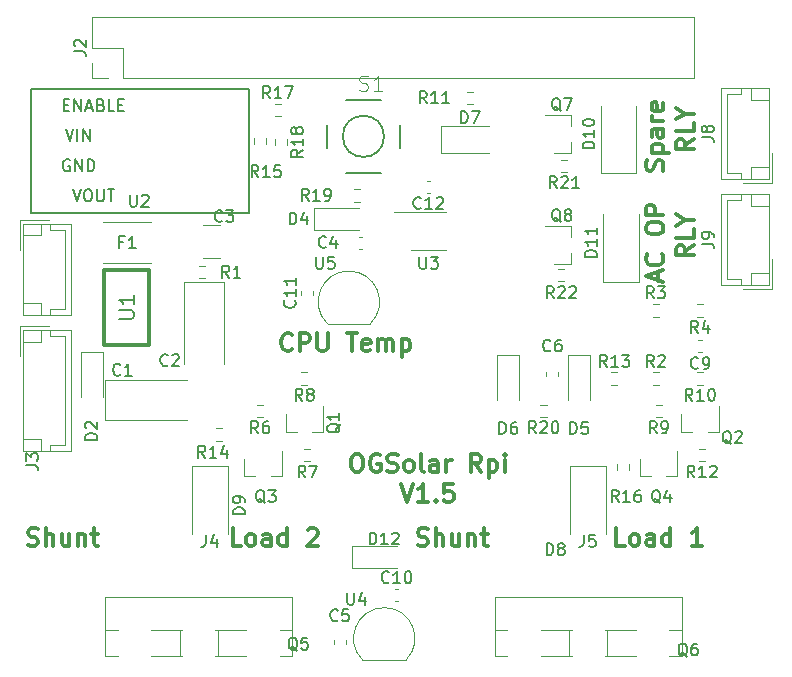
<source format=gbr>
G04 #@! TF.GenerationSoftware,KiCad,Pcbnew,5.1.10-88a1d61d58~88~ubuntu20.04.1*
G04 #@! TF.CreationDate,2021-09-15T20:12:52+01:00*
G04 #@! TF.ProjectId,ogsolar,6f67736f-6c61-4722-9e6b-696361645f70,1.5*
G04 #@! TF.SameCoordinates,Original*
G04 #@! TF.FileFunction,Legend,Top*
G04 #@! TF.FilePolarity,Positive*
%FSLAX46Y46*%
G04 Gerber Fmt 4.6, Leading zero omitted, Abs format (unit mm)*
G04 Created by KiCad (PCBNEW 5.1.10-88a1d61d58~88~ubuntu20.04.1) date 2021-09-15 20:12:52*
%MOMM*%
%LPD*%
G01*
G04 APERTURE LIST*
%ADD10C,0.300000*%
%ADD11C,0.120000*%
%ADD12C,0.304800*%
%ADD13C,0.150000*%
%ADD14C,0.203200*%
%ADD15C,0.127000*%
%ADD16C,0.101600*%
G04 APERTURE END LIST*
D10*
X139321428Y-92903571D02*
X139607142Y-92903571D01*
X139750000Y-92975000D01*
X139892857Y-93117857D01*
X139964285Y-93403571D01*
X139964285Y-93903571D01*
X139892857Y-94189285D01*
X139750000Y-94332142D01*
X139607142Y-94403571D01*
X139321428Y-94403571D01*
X139178571Y-94332142D01*
X139035714Y-94189285D01*
X138964285Y-93903571D01*
X138964285Y-93403571D01*
X139035714Y-93117857D01*
X139178571Y-92975000D01*
X139321428Y-92903571D01*
X141392857Y-92975000D02*
X141250000Y-92903571D01*
X141035714Y-92903571D01*
X140821428Y-92975000D01*
X140678571Y-93117857D01*
X140607142Y-93260714D01*
X140535714Y-93546428D01*
X140535714Y-93760714D01*
X140607142Y-94046428D01*
X140678571Y-94189285D01*
X140821428Y-94332142D01*
X141035714Y-94403571D01*
X141178571Y-94403571D01*
X141392857Y-94332142D01*
X141464285Y-94260714D01*
X141464285Y-93760714D01*
X141178571Y-93760714D01*
X142035714Y-94332142D02*
X142250000Y-94403571D01*
X142607142Y-94403571D01*
X142750000Y-94332142D01*
X142821428Y-94260714D01*
X142892857Y-94117857D01*
X142892857Y-93975000D01*
X142821428Y-93832142D01*
X142750000Y-93760714D01*
X142607142Y-93689285D01*
X142321428Y-93617857D01*
X142178571Y-93546428D01*
X142107142Y-93475000D01*
X142035714Y-93332142D01*
X142035714Y-93189285D01*
X142107142Y-93046428D01*
X142178571Y-92975000D01*
X142321428Y-92903571D01*
X142678571Y-92903571D01*
X142892857Y-92975000D01*
X143750000Y-94403571D02*
X143607142Y-94332142D01*
X143535714Y-94260714D01*
X143464285Y-94117857D01*
X143464285Y-93689285D01*
X143535714Y-93546428D01*
X143607142Y-93475000D01*
X143750000Y-93403571D01*
X143964285Y-93403571D01*
X144107142Y-93475000D01*
X144178571Y-93546428D01*
X144250000Y-93689285D01*
X144250000Y-94117857D01*
X144178571Y-94260714D01*
X144107142Y-94332142D01*
X143964285Y-94403571D01*
X143750000Y-94403571D01*
X145107142Y-94403571D02*
X144964285Y-94332142D01*
X144892857Y-94189285D01*
X144892857Y-92903571D01*
X146321428Y-94403571D02*
X146321428Y-93617857D01*
X146250000Y-93475000D01*
X146107142Y-93403571D01*
X145821428Y-93403571D01*
X145678571Y-93475000D01*
X146321428Y-94332142D02*
X146178571Y-94403571D01*
X145821428Y-94403571D01*
X145678571Y-94332142D01*
X145607142Y-94189285D01*
X145607142Y-94046428D01*
X145678571Y-93903571D01*
X145821428Y-93832142D01*
X146178571Y-93832142D01*
X146321428Y-93760714D01*
X147035714Y-94403571D02*
X147035714Y-93403571D01*
X147035714Y-93689285D02*
X147107142Y-93546428D01*
X147178571Y-93475000D01*
X147321428Y-93403571D01*
X147464285Y-93403571D01*
X149964285Y-94403571D02*
X149464285Y-93689285D01*
X149107142Y-94403571D02*
X149107142Y-92903571D01*
X149678571Y-92903571D01*
X149821428Y-92975000D01*
X149892857Y-93046428D01*
X149964285Y-93189285D01*
X149964285Y-93403571D01*
X149892857Y-93546428D01*
X149821428Y-93617857D01*
X149678571Y-93689285D01*
X149107142Y-93689285D01*
X150607142Y-93403571D02*
X150607142Y-94903571D01*
X150607142Y-93475000D02*
X150750000Y-93403571D01*
X151035714Y-93403571D01*
X151178571Y-93475000D01*
X151250000Y-93546428D01*
X151321428Y-93689285D01*
X151321428Y-94117857D01*
X151250000Y-94260714D01*
X151178571Y-94332142D01*
X151035714Y-94403571D01*
X150750000Y-94403571D01*
X150607142Y-94332142D01*
X151964285Y-94403571D02*
X151964285Y-93403571D01*
X151964285Y-92903571D02*
X151892857Y-92975000D01*
X151964285Y-93046428D01*
X152035714Y-92975000D01*
X151964285Y-92903571D01*
X151964285Y-93046428D01*
X143214285Y-95453571D02*
X143714285Y-96953571D01*
X144214285Y-95453571D01*
X145500000Y-96953571D02*
X144642857Y-96953571D01*
X145071428Y-96953571D02*
X145071428Y-95453571D01*
X144928571Y-95667857D01*
X144785714Y-95810714D01*
X144642857Y-95882142D01*
X146142857Y-96810714D02*
X146214285Y-96882142D01*
X146142857Y-96953571D01*
X146071428Y-96882142D01*
X146142857Y-96810714D01*
X146142857Y-96953571D01*
X147571428Y-95453571D02*
X146857142Y-95453571D01*
X146785714Y-96167857D01*
X146857142Y-96096428D01*
X147000000Y-96025000D01*
X147357142Y-96025000D01*
X147500000Y-96096428D01*
X147571428Y-96167857D01*
X147642857Y-96310714D01*
X147642857Y-96667857D01*
X147571428Y-96810714D01*
X147500000Y-96882142D01*
X147357142Y-96953571D01*
X147000000Y-96953571D01*
X146857142Y-96882142D01*
X146785714Y-96810714D01*
X111607142Y-100607142D02*
X111821428Y-100678571D01*
X112178571Y-100678571D01*
X112321428Y-100607142D01*
X112392857Y-100535714D01*
X112464285Y-100392857D01*
X112464285Y-100250000D01*
X112392857Y-100107142D01*
X112321428Y-100035714D01*
X112178571Y-99964285D01*
X111892857Y-99892857D01*
X111750000Y-99821428D01*
X111678571Y-99750000D01*
X111607142Y-99607142D01*
X111607142Y-99464285D01*
X111678571Y-99321428D01*
X111750000Y-99250000D01*
X111892857Y-99178571D01*
X112250000Y-99178571D01*
X112464285Y-99250000D01*
X113107142Y-100678571D02*
X113107142Y-99178571D01*
X113750000Y-100678571D02*
X113750000Y-99892857D01*
X113678571Y-99750000D01*
X113535714Y-99678571D01*
X113321428Y-99678571D01*
X113178571Y-99750000D01*
X113107142Y-99821428D01*
X115107142Y-99678571D02*
X115107142Y-100678571D01*
X114464285Y-99678571D02*
X114464285Y-100464285D01*
X114535714Y-100607142D01*
X114678571Y-100678571D01*
X114892857Y-100678571D01*
X115035714Y-100607142D01*
X115107142Y-100535714D01*
X115821428Y-99678571D02*
X115821428Y-100678571D01*
X115821428Y-99821428D02*
X115892857Y-99750000D01*
X116035714Y-99678571D01*
X116250000Y-99678571D01*
X116392857Y-99750000D01*
X116464285Y-99892857D01*
X116464285Y-100678571D01*
X116964285Y-99678571D02*
X117535714Y-99678571D01*
X117178571Y-99178571D02*
X117178571Y-100464285D01*
X117250000Y-100607142D01*
X117392857Y-100678571D01*
X117535714Y-100678571D01*
X144607142Y-100607142D02*
X144821428Y-100678571D01*
X145178571Y-100678571D01*
X145321428Y-100607142D01*
X145392857Y-100535714D01*
X145464285Y-100392857D01*
X145464285Y-100250000D01*
X145392857Y-100107142D01*
X145321428Y-100035714D01*
X145178571Y-99964285D01*
X144892857Y-99892857D01*
X144750000Y-99821428D01*
X144678571Y-99750000D01*
X144607142Y-99607142D01*
X144607142Y-99464285D01*
X144678571Y-99321428D01*
X144750000Y-99250000D01*
X144892857Y-99178571D01*
X145250000Y-99178571D01*
X145464285Y-99250000D01*
X146107142Y-100678571D02*
X146107142Y-99178571D01*
X146750000Y-100678571D02*
X146750000Y-99892857D01*
X146678571Y-99750000D01*
X146535714Y-99678571D01*
X146321428Y-99678571D01*
X146178571Y-99750000D01*
X146107142Y-99821428D01*
X148107142Y-99678571D02*
X148107142Y-100678571D01*
X147464285Y-99678571D02*
X147464285Y-100464285D01*
X147535714Y-100607142D01*
X147678571Y-100678571D01*
X147892857Y-100678571D01*
X148035714Y-100607142D01*
X148107142Y-100535714D01*
X148821428Y-99678571D02*
X148821428Y-100678571D01*
X148821428Y-99821428D02*
X148892857Y-99750000D01*
X149035714Y-99678571D01*
X149250000Y-99678571D01*
X149392857Y-99750000D01*
X149464285Y-99892857D01*
X149464285Y-100678571D01*
X149964285Y-99678571D02*
X150535714Y-99678571D01*
X150178571Y-99178571D02*
X150178571Y-100464285D01*
X150250000Y-100607142D01*
X150392857Y-100678571D01*
X150535714Y-100678571D01*
X129642857Y-100678571D02*
X128928571Y-100678571D01*
X128928571Y-99178571D01*
X130357142Y-100678571D02*
X130214285Y-100607142D01*
X130142857Y-100535714D01*
X130071428Y-100392857D01*
X130071428Y-99964285D01*
X130142857Y-99821428D01*
X130214285Y-99750000D01*
X130357142Y-99678571D01*
X130571428Y-99678571D01*
X130714285Y-99750000D01*
X130785714Y-99821428D01*
X130857142Y-99964285D01*
X130857142Y-100392857D01*
X130785714Y-100535714D01*
X130714285Y-100607142D01*
X130571428Y-100678571D01*
X130357142Y-100678571D01*
X132142857Y-100678571D02*
X132142857Y-99892857D01*
X132071428Y-99750000D01*
X131928571Y-99678571D01*
X131642857Y-99678571D01*
X131500000Y-99750000D01*
X132142857Y-100607142D02*
X132000000Y-100678571D01*
X131642857Y-100678571D01*
X131500000Y-100607142D01*
X131428571Y-100464285D01*
X131428571Y-100321428D01*
X131500000Y-100178571D01*
X131642857Y-100107142D01*
X132000000Y-100107142D01*
X132142857Y-100035714D01*
X133500000Y-100678571D02*
X133500000Y-99178571D01*
X133500000Y-100607142D02*
X133357142Y-100678571D01*
X133071428Y-100678571D01*
X132928571Y-100607142D01*
X132857142Y-100535714D01*
X132785714Y-100392857D01*
X132785714Y-99964285D01*
X132857142Y-99821428D01*
X132928571Y-99750000D01*
X133071428Y-99678571D01*
X133357142Y-99678571D01*
X133500000Y-99750000D01*
X135285714Y-99321428D02*
X135357142Y-99250000D01*
X135500000Y-99178571D01*
X135857142Y-99178571D01*
X136000000Y-99250000D01*
X136071428Y-99321428D01*
X136142857Y-99464285D01*
X136142857Y-99607142D01*
X136071428Y-99821428D01*
X135214285Y-100678571D01*
X136142857Y-100678571D01*
X162142857Y-100678571D02*
X161428571Y-100678571D01*
X161428571Y-99178571D01*
X162857142Y-100678571D02*
X162714285Y-100607142D01*
X162642857Y-100535714D01*
X162571428Y-100392857D01*
X162571428Y-99964285D01*
X162642857Y-99821428D01*
X162714285Y-99750000D01*
X162857142Y-99678571D01*
X163071428Y-99678571D01*
X163214285Y-99750000D01*
X163285714Y-99821428D01*
X163357142Y-99964285D01*
X163357142Y-100392857D01*
X163285714Y-100535714D01*
X163214285Y-100607142D01*
X163071428Y-100678571D01*
X162857142Y-100678571D01*
X164642857Y-100678571D02*
X164642857Y-99892857D01*
X164571428Y-99750000D01*
X164428571Y-99678571D01*
X164142857Y-99678571D01*
X164000000Y-99750000D01*
X164642857Y-100607142D02*
X164500000Y-100678571D01*
X164142857Y-100678571D01*
X164000000Y-100607142D01*
X163928571Y-100464285D01*
X163928571Y-100321428D01*
X164000000Y-100178571D01*
X164142857Y-100107142D01*
X164500000Y-100107142D01*
X164642857Y-100035714D01*
X166000000Y-100678571D02*
X166000000Y-99178571D01*
X166000000Y-100607142D02*
X165857142Y-100678571D01*
X165571428Y-100678571D01*
X165428571Y-100607142D01*
X165357142Y-100535714D01*
X165285714Y-100392857D01*
X165285714Y-99964285D01*
X165357142Y-99821428D01*
X165428571Y-99750000D01*
X165571428Y-99678571D01*
X165857142Y-99678571D01*
X166000000Y-99750000D01*
X168642857Y-100678571D02*
X167785714Y-100678571D01*
X168214285Y-100678571D02*
X168214285Y-99178571D01*
X168071428Y-99392857D01*
X167928571Y-99535714D01*
X167785714Y-99607142D01*
X133964285Y-84035714D02*
X133892857Y-84107142D01*
X133678571Y-84178571D01*
X133535714Y-84178571D01*
X133321428Y-84107142D01*
X133178571Y-83964285D01*
X133107142Y-83821428D01*
X133035714Y-83535714D01*
X133035714Y-83321428D01*
X133107142Y-83035714D01*
X133178571Y-82892857D01*
X133321428Y-82750000D01*
X133535714Y-82678571D01*
X133678571Y-82678571D01*
X133892857Y-82750000D01*
X133964285Y-82821428D01*
X134607142Y-84178571D02*
X134607142Y-82678571D01*
X135178571Y-82678571D01*
X135321428Y-82750000D01*
X135392857Y-82821428D01*
X135464285Y-82964285D01*
X135464285Y-83178571D01*
X135392857Y-83321428D01*
X135321428Y-83392857D01*
X135178571Y-83464285D01*
X134607142Y-83464285D01*
X136107142Y-82678571D02*
X136107142Y-83892857D01*
X136178571Y-84035714D01*
X136250000Y-84107142D01*
X136392857Y-84178571D01*
X136678571Y-84178571D01*
X136821428Y-84107142D01*
X136892857Y-84035714D01*
X136964285Y-83892857D01*
X136964285Y-82678571D01*
X138607142Y-82678571D02*
X139464285Y-82678571D01*
X139035714Y-84178571D02*
X139035714Y-82678571D01*
X140535714Y-84107142D02*
X140392857Y-84178571D01*
X140107142Y-84178571D01*
X139964285Y-84107142D01*
X139892857Y-83964285D01*
X139892857Y-83392857D01*
X139964285Y-83250000D01*
X140107142Y-83178571D01*
X140392857Y-83178571D01*
X140535714Y-83250000D01*
X140607142Y-83392857D01*
X140607142Y-83535714D01*
X139892857Y-83678571D01*
X141250000Y-84178571D02*
X141250000Y-83178571D01*
X141250000Y-83321428D02*
X141321428Y-83250000D01*
X141464285Y-83178571D01*
X141678571Y-83178571D01*
X141821428Y-83250000D01*
X141892857Y-83392857D01*
X141892857Y-84178571D01*
X141892857Y-83392857D02*
X141964285Y-83250000D01*
X142107142Y-83178571D01*
X142321428Y-83178571D01*
X142464285Y-83250000D01*
X142535714Y-83392857D01*
X142535714Y-84178571D01*
X143250000Y-83178571D02*
X143250000Y-84678571D01*
X143250000Y-83250000D02*
X143392857Y-83178571D01*
X143678571Y-83178571D01*
X143821428Y-83250000D01*
X143892857Y-83321428D01*
X143964285Y-83464285D01*
X143964285Y-83892857D01*
X143892857Y-84035714D01*
X143821428Y-84107142D01*
X143678571Y-84178571D01*
X143392857Y-84178571D01*
X143250000Y-84107142D01*
X164975000Y-78214285D02*
X164975000Y-77500000D01*
X165403571Y-78357142D02*
X163903571Y-77857142D01*
X165403571Y-77357142D01*
X165260714Y-76000000D02*
X165332142Y-76071428D01*
X165403571Y-76285714D01*
X165403571Y-76428571D01*
X165332142Y-76642857D01*
X165189285Y-76785714D01*
X165046428Y-76857142D01*
X164760714Y-76928571D01*
X164546428Y-76928571D01*
X164260714Y-76857142D01*
X164117857Y-76785714D01*
X163975000Y-76642857D01*
X163903571Y-76428571D01*
X163903571Y-76285714D01*
X163975000Y-76071428D01*
X164046428Y-76000000D01*
X163903571Y-73928571D02*
X163903571Y-73642857D01*
X163975000Y-73500000D01*
X164117857Y-73357142D01*
X164403571Y-73285714D01*
X164903571Y-73285714D01*
X165189285Y-73357142D01*
X165332142Y-73500000D01*
X165403571Y-73642857D01*
X165403571Y-73928571D01*
X165332142Y-74071428D01*
X165189285Y-74214285D01*
X164903571Y-74285714D01*
X164403571Y-74285714D01*
X164117857Y-74214285D01*
X163975000Y-74071428D01*
X163903571Y-73928571D01*
X165403571Y-72642857D02*
X163903571Y-72642857D01*
X163903571Y-72071428D01*
X163975000Y-71928571D01*
X164046428Y-71857142D01*
X164189285Y-71785714D01*
X164403571Y-71785714D01*
X164546428Y-71857142D01*
X164617857Y-71928571D01*
X164689285Y-72071428D01*
X164689285Y-72642857D01*
X167953571Y-75214285D02*
X167239285Y-75714285D01*
X167953571Y-76071428D02*
X166453571Y-76071428D01*
X166453571Y-75500000D01*
X166525000Y-75357142D01*
X166596428Y-75285714D01*
X166739285Y-75214285D01*
X166953571Y-75214285D01*
X167096428Y-75285714D01*
X167167857Y-75357142D01*
X167239285Y-75500000D01*
X167239285Y-76071428D01*
X167953571Y-73857142D02*
X167953571Y-74571428D01*
X166453571Y-74571428D01*
X167239285Y-73071428D02*
X167953571Y-73071428D01*
X166453571Y-73571428D02*
X167239285Y-73071428D01*
X166453571Y-72571428D01*
X165332142Y-68892857D02*
X165403571Y-68678571D01*
X165403571Y-68321428D01*
X165332142Y-68178571D01*
X165260714Y-68107142D01*
X165117857Y-68035714D01*
X164975000Y-68035714D01*
X164832142Y-68107142D01*
X164760714Y-68178571D01*
X164689285Y-68321428D01*
X164617857Y-68607142D01*
X164546428Y-68750000D01*
X164475000Y-68821428D01*
X164332142Y-68892857D01*
X164189285Y-68892857D01*
X164046428Y-68821428D01*
X163975000Y-68750000D01*
X163903571Y-68607142D01*
X163903571Y-68250000D01*
X163975000Y-68035714D01*
X164403571Y-67392857D02*
X165903571Y-67392857D01*
X164475000Y-67392857D02*
X164403571Y-67250000D01*
X164403571Y-66964285D01*
X164475000Y-66821428D01*
X164546428Y-66750000D01*
X164689285Y-66678571D01*
X165117857Y-66678571D01*
X165260714Y-66750000D01*
X165332142Y-66821428D01*
X165403571Y-66964285D01*
X165403571Y-67250000D01*
X165332142Y-67392857D01*
X165403571Y-65392857D02*
X164617857Y-65392857D01*
X164475000Y-65464285D01*
X164403571Y-65607142D01*
X164403571Y-65892857D01*
X164475000Y-66035714D01*
X165332142Y-65392857D02*
X165403571Y-65535714D01*
X165403571Y-65892857D01*
X165332142Y-66035714D01*
X165189285Y-66107142D01*
X165046428Y-66107142D01*
X164903571Y-66035714D01*
X164832142Y-65892857D01*
X164832142Y-65535714D01*
X164760714Y-65392857D01*
X165403571Y-64678571D02*
X164403571Y-64678571D01*
X164689285Y-64678571D02*
X164546428Y-64607142D01*
X164475000Y-64535714D01*
X164403571Y-64392857D01*
X164403571Y-64250000D01*
X165332142Y-63178571D02*
X165403571Y-63321428D01*
X165403571Y-63607142D01*
X165332142Y-63750000D01*
X165189285Y-63821428D01*
X164617857Y-63821428D01*
X164475000Y-63750000D01*
X164403571Y-63607142D01*
X164403571Y-63321428D01*
X164475000Y-63178571D01*
X164617857Y-63107142D01*
X164760714Y-63107142D01*
X164903571Y-63821428D01*
X167953571Y-66214285D02*
X167239285Y-66714285D01*
X167953571Y-67071428D02*
X166453571Y-67071428D01*
X166453571Y-66500000D01*
X166525000Y-66357142D01*
X166596428Y-66285714D01*
X166739285Y-66214285D01*
X166953571Y-66214285D01*
X167096428Y-66285714D01*
X167167857Y-66357142D01*
X167239285Y-66500000D01*
X167239285Y-67071428D01*
X167953571Y-64857142D02*
X167953571Y-65571428D01*
X166453571Y-65571428D01*
X167239285Y-64071428D02*
X167953571Y-64071428D01*
X166453571Y-64571428D02*
X167239285Y-64071428D01*
X166453571Y-63571428D01*
D11*
X139970000Y-110350000D02*
X143570000Y-110350000D01*
X139931522Y-110338478D02*
G75*
G02*
X141770000Y-105900000I1838478J1838478D01*
G01*
X143608478Y-110338478D02*
G75*
G03*
X141770000Y-105900000I-1838478J1838478D01*
G01*
X125100000Y-86590000D02*
X118165000Y-86590000D01*
X118165000Y-86590000D02*
X118165000Y-90010000D01*
X118165000Y-90010000D02*
X125100000Y-90010000D01*
X128210000Y-85300000D02*
X128210000Y-78365000D01*
X128210000Y-78365000D02*
X124790000Y-78365000D01*
X124790000Y-78365000D02*
X124790000Y-85300000D01*
X117930000Y-88050000D02*
X117930000Y-84220000D01*
X117930000Y-84220000D02*
X116070000Y-84220000D01*
X116070000Y-84220000D02*
X116070000Y-88050000D01*
X122052064Y-76710000D02*
X117947936Y-76710000D01*
X122052064Y-73290000D02*
X117947936Y-73290000D01*
X115210000Y-73390000D02*
X111190000Y-73390000D01*
X111190000Y-73390000D02*
X111190000Y-81110000D01*
X111190000Y-81110000D02*
X115210000Y-81110000D01*
X115210000Y-81110000D02*
X115210000Y-73390000D01*
X113500000Y-73390000D02*
X113500000Y-73890000D01*
X113500000Y-73890000D02*
X114710000Y-73890000D01*
X114710000Y-73890000D02*
X114710000Y-80610000D01*
X114710000Y-80610000D02*
X113500000Y-80610000D01*
X113500000Y-80610000D02*
X113500000Y-81110000D01*
X112690000Y-73390000D02*
X112690000Y-74390000D01*
X112690000Y-74390000D02*
X111190000Y-74390000D01*
X112690000Y-81110000D02*
X112690000Y-80110000D01*
X112690000Y-80110000D02*
X111190000Y-80110000D01*
X113390000Y-73090000D02*
X110890000Y-73090000D01*
X110890000Y-73090000D02*
X110890000Y-75590000D01*
X115210000Y-82390000D02*
X111190000Y-82390000D01*
X111190000Y-82390000D02*
X111190000Y-92610000D01*
X111190000Y-92610000D02*
X115210000Y-92610000D01*
X115210000Y-92610000D02*
X115210000Y-82390000D01*
X113500000Y-82390000D02*
X113500000Y-82890000D01*
X113500000Y-82890000D02*
X114710000Y-82890000D01*
X114710000Y-82890000D02*
X114710000Y-92110000D01*
X114710000Y-92110000D02*
X113500000Y-92110000D01*
X113500000Y-92110000D02*
X113500000Y-92610000D01*
X112690000Y-82390000D02*
X112690000Y-83390000D01*
X112690000Y-83390000D02*
X111190000Y-83390000D01*
X112690000Y-92610000D02*
X112690000Y-91610000D01*
X112690000Y-91610000D02*
X111190000Y-91610000D01*
X113390000Y-82090000D02*
X110890000Y-82090000D01*
X110890000Y-82090000D02*
X110890000Y-84590000D01*
X126554724Y-78022500D02*
X126045276Y-78022500D01*
X126554724Y-76977500D02*
X126045276Y-76977500D01*
D12*
X121854200Y-83639440D02*
X118046740Y-83639440D01*
X118046740Y-83639440D02*
X118046740Y-77291980D01*
X118046740Y-77291980D02*
X121854200Y-77291980D01*
X121854200Y-77291980D02*
X121854200Y-83639440D01*
D11*
X117045000Y-61080000D02*
X117045000Y-59750000D01*
X118375000Y-61080000D02*
X117045000Y-61080000D01*
X117045000Y-58480000D02*
X117045000Y-55880000D01*
X119645000Y-58480000D02*
X117045000Y-58480000D01*
X119645000Y-61080000D02*
X119645000Y-58480000D01*
X117045000Y-55880000D02*
X167965000Y-55880000D01*
X119645000Y-61080000D02*
X167965000Y-61080000D01*
X167965000Y-61080000D02*
X167965000Y-55880000D01*
D13*
X130340000Y-62000000D02*
X111840000Y-62000000D01*
X130340000Y-72500000D02*
X130340000Y-62000000D01*
X111840000Y-72500000D02*
X130340000Y-72500000D01*
X111840000Y-62000000D02*
X111840000Y-72500000D01*
D11*
X127873752Y-73540000D02*
X126451248Y-73540000D01*
X127873752Y-76260000D02*
X126451248Y-76260000D01*
X139603733Y-74490000D02*
X139896267Y-74490000D01*
X139603733Y-75510000D02*
X139896267Y-75510000D01*
X156510000Y-85991233D02*
X156510000Y-86283767D01*
X155490000Y-85991233D02*
X155490000Y-86283767D01*
X168353733Y-84260000D02*
X168646267Y-84260000D01*
X168353733Y-83240000D02*
X168646267Y-83240000D01*
X135820000Y-73930000D02*
X139650000Y-73930000D01*
X135820000Y-72070000D02*
X135820000Y-73930000D01*
X139650000Y-72070000D02*
X135820000Y-72070000D01*
X159180000Y-88350000D02*
X159180000Y-84520000D01*
X159180000Y-84520000D02*
X157320000Y-84520000D01*
X157320000Y-84520000D02*
X157320000Y-88350000D01*
X153180000Y-88350000D02*
X153180000Y-84520000D01*
X153180000Y-84520000D02*
X151320000Y-84520000D01*
X151320000Y-84520000D02*
X151320000Y-88350000D01*
X150600000Y-65115000D02*
X146540000Y-65115000D01*
X146540000Y-65115000D02*
X146540000Y-67385000D01*
X146540000Y-67385000D02*
X150600000Y-67385000D01*
X157500000Y-93950000D02*
X157500000Y-99650000D01*
X160500000Y-93950000D02*
X157500000Y-93950000D01*
X160500000Y-99650000D02*
X160500000Y-93950000D01*
X128500000Y-99650000D02*
X128500000Y-93950000D01*
X128500000Y-93950000D02*
X125500000Y-93950000D01*
X125500000Y-93950000D02*
X125500000Y-99650000D01*
X163100000Y-69100000D02*
X163100000Y-63400000D01*
X160100000Y-69100000D02*
X163100000Y-69100000D01*
X160100000Y-63400000D02*
X160100000Y-69100000D01*
X160300000Y-72600000D02*
X160300000Y-78300000D01*
X160300000Y-78300000D02*
X163300000Y-78300000D01*
X163300000Y-78300000D02*
X163300000Y-72600000D01*
X174610000Y-69910000D02*
X174610000Y-67410000D01*
X172110000Y-69910000D02*
X174610000Y-69910000D01*
X172810000Y-62890000D02*
X174310000Y-62890000D01*
X172810000Y-61890000D02*
X172810000Y-62890000D01*
X172810000Y-68610000D02*
X174310000Y-68610000D01*
X172810000Y-69610000D02*
X172810000Y-68610000D01*
X172000000Y-62390000D02*
X172000000Y-61890000D01*
X170790000Y-62390000D02*
X172000000Y-62390000D01*
X170790000Y-69110000D02*
X170790000Y-62390000D01*
X172000000Y-69110000D02*
X170790000Y-69110000D01*
X172000000Y-69610000D02*
X172000000Y-69110000D01*
X170290000Y-61890000D02*
X170290000Y-69610000D01*
X174310000Y-61890000D02*
X170290000Y-61890000D01*
X174310000Y-69610000D02*
X174310000Y-61890000D01*
X170290000Y-69610000D02*
X174310000Y-69610000D01*
X170290000Y-78610000D02*
X174310000Y-78610000D01*
X174310000Y-78610000D02*
X174310000Y-70890000D01*
X174310000Y-70890000D02*
X170290000Y-70890000D01*
X170290000Y-70890000D02*
X170290000Y-78610000D01*
X172000000Y-78610000D02*
X172000000Y-78110000D01*
X172000000Y-78110000D02*
X170790000Y-78110000D01*
X170790000Y-78110000D02*
X170790000Y-71390000D01*
X170790000Y-71390000D02*
X172000000Y-71390000D01*
X172000000Y-71390000D02*
X172000000Y-70890000D01*
X172810000Y-78610000D02*
X172810000Y-77610000D01*
X172810000Y-77610000D02*
X174310000Y-77610000D01*
X172810000Y-70890000D02*
X172810000Y-71890000D01*
X172810000Y-71890000D02*
X174310000Y-71890000D01*
X172110000Y-78910000D02*
X174610000Y-78910000D01*
X174610000Y-78910000D02*
X174610000Y-76410000D01*
X133420000Y-91010000D02*
X134350000Y-91010000D01*
X136580000Y-91010000D02*
X135650000Y-91010000D01*
X136580000Y-91010000D02*
X136580000Y-88850000D01*
X133420000Y-91010000D02*
X133420000Y-89550000D01*
X166920000Y-91010000D02*
X166920000Y-89550000D01*
X170080000Y-91010000D02*
X170080000Y-88850000D01*
X170080000Y-91010000D02*
X169150000Y-91010000D01*
X166920000Y-91010000D02*
X167850000Y-91010000D01*
X129920000Y-94760000D02*
X129920000Y-93300000D01*
X133080000Y-94760000D02*
X133080000Y-92600000D01*
X133080000Y-94760000D02*
X132150000Y-94760000D01*
X129920000Y-94760000D02*
X130850000Y-94760000D01*
X163420000Y-94760000D02*
X164350000Y-94760000D01*
X166580000Y-94760000D02*
X165650000Y-94760000D01*
X166580000Y-94760000D02*
X166580000Y-92600000D01*
X163420000Y-94760000D02*
X163420000Y-93300000D01*
X124449000Y-110020000D02*
X124449000Y-107779000D01*
X127650000Y-110020000D02*
X127650000Y-107779000D01*
X119200000Y-107779000D02*
X118130000Y-107779000D01*
X124650000Y-107779000D02*
X122000000Y-107779000D01*
X130100000Y-107779000D02*
X127449000Y-107779000D01*
X133970000Y-107779000D02*
X132900000Y-107779000D01*
X118130000Y-110020000D02*
X118130000Y-104980000D01*
X133970000Y-110020000D02*
X133970000Y-104980000D01*
X133970000Y-104980000D02*
X118130000Y-104980000D01*
X119200000Y-110020000D02*
X118130000Y-110020000D01*
X124650000Y-110020000D02*
X122000000Y-110020000D01*
X130100000Y-110020000D02*
X127449000Y-110020000D01*
X133970000Y-110020000D02*
X132900000Y-110020000D01*
X166970000Y-110020000D02*
X165900000Y-110020000D01*
X163100000Y-110020000D02*
X160449000Y-110020000D01*
X157650000Y-110020000D02*
X155000000Y-110020000D01*
X152200000Y-110020000D02*
X151130000Y-110020000D01*
X166970000Y-104980000D02*
X151130000Y-104980000D01*
X166970000Y-110020000D02*
X166970000Y-104980000D01*
X151130000Y-110020000D02*
X151130000Y-104980000D01*
X166970000Y-107779000D02*
X165900000Y-107779000D01*
X163100000Y-107779000D02*
X160449000Y-107779000D01*
X157650000Y-107779000D02*
X155000000Y-107779000D01*
X152200000Y-107779000D02*
X151130000Y-107779000D01*
X160650000Y-110020000D02*
X160650000Y-107779000D01*
X157449000Y-110020000D02*
X157449000Y-107779000D01*
X157560000Y-67380000D02*
X157560000Y-66450000D01*
X157560000Y-64220000D02*
X157560000Y-65150000D01*
X157560000Y-64220000D02*
X155400000Y-64220000D01*
X157560000Y-67380000D02*
X156100000Y-67380000D01*
X157560000Y-76780000D02*
X156100000Y-76780000D01*
X157560000Y-73620000D02*
X155400000Y-73620000D01*
X157560000Y-73620000D02*
X157560000Y-74550000D01*
X157560000Y-76780000D02*
X157560000Y-75850000D01*
X164495276Y-87022500D02*
X165004724Y-87022500D01*
X164495276Y-85977500D02*
X165004724Y-85977500D01*
X165004724Y-81272500D02*
X164495276Y-81272500D01*
X165004724Y-80227500D02*
X164495276Y-80227500D01*
X168754724Y-80227500D02*
X168245276Y-80227500D01*
X168754724Y-81272500D02*
X168245276Y-81272500D01*
X131504724Y-89772500D02*
X130995276Y-89772500D01*
X131504724Y-88727500D02*
X130995276Y-88727500D01*
X135504724Y-93522500D02*
X134995276Y-93522500D01*
X135504724Y-92477500D02*
X134995276Y-92477500D01*
X135254724Y-87022500D02*
X134745276Y-87022500D01*
X135254724Y-85977500D02*
X134745276Y-85977500D01*
X165254724Y-89772500D02*
X164745276Y-89772500D01*
X165254724Y-88727500D02*
X164745276Y-88727500D01*
X168754724Y-85977500D02*
X168245276Y-85977500D01*
X168754724Y-87022500D02*
X168245276Y-87022500D01*
X149254724Y-62227500D02*
X148745276Y-62227500D01*
X149254724Y-63272500D02*
X148745276Y-63272500D01*
X168917224Y-92477500D02*
X168407776Y-92477500D01*
X168917224Y-93522500D02*
X168407776Y-93522500D01*
X160995276Y-87022500D02*
X161504724Y-87022500D01*
X160995276Y-85977500D02*
X161504724Y-85977500D01*
X127495276Y-91772500D02*
X128004724Y-91772500D01*
X127495276Y-90727500D02*
X128004724Y-90727500D01*
X130727500Y-66157776D02*
X130727500Y-66667224D01*
X131772500Y-66157776D02*
X131772500Y-66667224D01*
X162522500Y-93745276D02*
X162522500Y-94254724D01*
X161477500Y-93745276D02*
X161477500Y-94254724D01*
X132495276Y-63227500D02*
X133004724Y-63227500D01*
X132495276Y-64272500D02*
X133004724Y-64272500D01*
X133522500Y-66245276D02*
X133522500Y-66754724D01*
X132477500Y-66245276D02*
X132477500Y-66754724D01*
D14*
X141747520Y-66000000D02*
G75*
G03*
X141747520Y-66000000I-1747520J0D01*
G01*
X136901200Y-66998220D02*
X136901200Y-65001780D01*
X141498600Y-69098800D02*
X138501400Y-69098800D01*
X143098800Y-66998220D02*
X143098800Y-65001780D01*
X141498600Y-62901200D02*
X138501400Y-62901200D01*
D11*
X145500000Y-75610000D02*
X147000000Y-75610000D01*
X145500000Y-75610000D02*
X144000000Y-75610000D01*
X145500000Y-72390000D02*
X147000000Y-72390000D01*
X145500000Y-72390000D02*
X142575000Y-72390000D01*
X139754724Y-71522500D02*
X139245276Y-71522500D01*
X139754724Y-70477500D02*
X139245276Y-70477500D01*
X137490000Y-108946267D02*
X137490000Y-108653733D01*
X138510000Y-108946267D02*
X138510000Y-108653733D01*
X142653733Y-104290000D02*
X142946267Y-104290000D01*
X142653733Y-105310000D02*
X142946267Y-105310000D01*
X135760000Y-79396267D02*
X135760000Y-79103733D01*
X134740000Y-79396267D02*
X134740000Y-79103733D01*
X142850000Y-100670000D02*
X139020000Y-100670000D01*
X139020000Y-100670000D02*
X139020000Y-102530000D01*
X139020000Y-102530000D02*
X142850000Y-102530000D01*
X155504724Y-89772500D02*
X154995276Y-89772500D01*
X155504724Y-88727500D02*
X154995276Y-88727500D01*
X136970000Y-81850000D02*
X140570000Y-81850000D01*
X140608478Y-81838478D02*
G75*
G03*
X138770000Y-77400000I-1838478J1838478D01*
G01*
X136931522Y-81838478D02*
G75*
G02*
X138770000Y-77400000I1838478J1838478D01*
G01*
X157254724Y-67977500D02*
X156745276Y-67977500D01*
X157254724Y-69022500D02*
X156745276Y-69022500D01*
X156495276Y-77227500D02*
X157004724Y-77227500D01*
X156495276Y-78272500D02*
X157004724Y-78272500D01*
X145646267Y-70760000D02*
X145353733Y-70760000D01*
X145646267Y-69740000D02*
X145353733Y-69740000D01*
D13*
X138638095Y-104652380D02*
X138638095Y-105461904D01*
X138685714Y-105557142D01*
X138733333Y-105604761D01*
X138828571Y-105652380D01*
X139019047Y-105652380D01*
X139114285Y-105604761D01*
X139161904Y-105557142D01*
X139209523Y-105461904D01*
X139209523Y-104652380D01*
X140114285Y-104985714D02*
X140114285Y-105652380D01*
X139876190Y-104604761D02*
X139638095Y-105319047D01*
X140257142Y-105319047D01*
X119433333Y-86157142D02*
X119385714Y-86204761D01*
X119242857Y-86252380D01*
X119147619Y-86252380D01*
X119004761Y-86204761D01*
X118909523Y-86109523D01*
X118861904Y-86014285D01*
X118814285Y-85823809D01*
X118814285Y-85680952D01*
X118861904Y-85490476D01*
X118909523Y-85395238D01*
X119004761Y-85300000D01*
X119147619Y-85252380D01*
X119242857Y-85252380D01*
X119385714Y-85300000D01*
X119433333Y-85347619D01*
X120385714Y-86252380D02*
X119814285Y-86252380D01*
X120100000Y-86252380D02*
X120100000Y-85252380D01*
X120004761Y-85395238D01*
X119909523Y-85490476D01*
X119814285Y-85538095D01*
X123433333Y-85357142D02*
X123385714Y-85404761D01*
X123242857Y-85452380D01*
X123147619Y-85452380D01*
X123004761Y-85404761D01*
X122909523Y-85309523D01*
X122861904Y-85214285D01*
X122814285Y-85023809D01*
X122814285Y-84880952D01*
X122861904Y-84690476D01*
X122909523Y-84595238D01*
X123004761Y-84500000D01*
X123147619Y-84452380D01*
X123242857Y-84452380D01*
X123385714Y-84500000D01*
X123433333Y-84547619D01*
X123814285Y-84547619D02*
X123861904Y-84500000D01*
X123957142Y-84452380D01*
X124195238Y-84452380D01*
X124290476Y-84500000D01*
X124338095Y-84547619D01*
X124385714Y-84642857D01*
X124385714Y-84738095D01*
X124338095Y-84880952D01*
X123766666Y-85452380D01*
X124385714Y-85452380D01*
X117452380Y-91688095D02*
X116452380Y-91688095D01*
X116452380Y-91450000D01*
X116500000Y-91307142D01*
X116595238Y-91211904D01*
X116690476Y-91164285D01*
X116880952Y-91116666D01*
X117023809Y-91116666D01*
X117214285Y-91164285D01*
X117309523Y-91211904D01*
X117404761Y-91307142D01*
X117452380Y-91450000D01*
X117452380Y-91688095D01*
X116547619Y-90735714D02*
X116500000Y-90688095D01*
X116452380Y-90592857D01*
X116452380Y-90354761D01*
X116500000Y-90259523D01*
X116547619Y-90211904D01*
X116642857Y-90164285D01*
X116738095Y-90164285D01*
X116880952Y-90211904D01*
X117452380Y-90783333D01*
X117452380Y-90164285D01*
X119666666Y-74928571D02*
X119333333Y-74928571D01*
X119333333Y-75452380D02*
X119333333Y-74452380D01*
X119809523Y-74452380D01*
X120714285Y-75452380D02*
X120142857Y-75452380D01*
X120428571Y-75452380D02*
X120428571Y-74452380D01*
X120333333Y-74595238D01*
X120238095Y-74690476D01*
X120142857Y-74738095D01*
X111452380Y-93833333D02*
X112166666Y-93833333D01*
X112309523Y-93880952D01*
X112404761Y-93976190D01*
X112452380Y-94119047D01*
X112452380Y-94214285D01*
X111452380Y-93452380D02*
X111452380Y-92833333D01*
X111833333Y-93166666D01*
X111833333Y-93023809D01*
X111880952Y-92928571D01*
X111928571Y-92880952D01*
X112023809Y-92833333D01*
X112261904Y-92833333D01*
X112357142Y-92880952D01*
X112404761Y-92928571D01*
X112452380Y-93023809D01*
X112452380Y-93309523D01*
X112404761Y-93404761D01*
X112357142Y-93452380D01*
X128633333Y-77952380D02*
X128300000Y-77476190D01*
X128061904Y-77952380D02*
X128061904Y-76952380D01*
X128442857Y-76952380D01*
X128538095Y-77000000D01*
X128585714Y-77047619D01*
X128633333Y-77142857D01*
X128633333Y-77285714D01*
X128585714Y-77380952D01*
X128538095Y-77428571D01*
X128442857Y-77476190D01*
X128061904Y-77476190D01*
X129585714Y-77952380D02*
X129014285Y-77952380D01*
X129300000Y-77952380D02*
X129300000Y-76952380D01*
X129204761Y-77095238D01*
X129109523Y-77190476D01*
X129014285Y-77238095D01*
D15*
X119304523Y-81467619D02*
X120332619Y-81467619D01*
X120453571Y-81407142D01*
X120514047Y-81346666D01*
X120574523Y-81225714D01*
X120574523Y-80983809D01*
X120514047Y-80862857D01*
X120453571Y-80802380D01*
X120332619Y-80741904D01*
X119304523Y-80741904D01*
X120574523Y-79471904D02*
X120574523Y-80197619D01*
X120574523Y-79834761D02*
X119304523Y-79834761D01*
X119485952Y-79955714D01*
X119606904Y-80076666D01*
X119667380Y-80197619D01*
D13*
X115497380Y-58813333D02*
X116211666Y-58813333D01*
X116354523Y-58860952D01*
X116449761Y-58956190D01*
X116497380Y-59099047D01*
X116497380Y-59194285D01*
X115592619Y-58384761D02*
X115545000Y-58337142D01*
X115497380Y-58241904D01*
X115497380Y-58003809D01*
X115545000Y-57908571D01*
X115592619Y-57860952D01*
X115687857Y-57813333D01*
X115783095Y-57813333D01*
X115925952Y-57860952D01*
X116497380Y-58432380D01*
X116497380Y-57813333D01*
X120238095Y-70952380D02*
X120238095Y-71761904D01*
X120285714Y-71857142D01*
X120333333Y-71904761D01*
X120428571Y-71952380D01*
X120619047Y-71952380D01*
X120714285Y-71904761D01*
X120761904Y-71857142D01*
X120809523Y-71761904D01*
X120809523Y-70952380D01*
X121238095Y-71047619D02*
X121285714Y-71000000D01*
X121380952Y-70952380D01*
X121619047Y-70952380D01*
X121714285Y-71000000D01*
X121761904Y-71047619D01*
X121809523Y-71142857D01*
X121809523Y-71238095D01*
X121761904Y-71380952D01*
X121190476Y-71952380D01*
X121809523Y-71952380D01*
X115118095Y-68000000D02*
X115022857Y-67952380D01*
X114880000Y-67952380D01*
X114737142Y-68000000D01*
X114641904Y-68095238D01*
X114594285Y-68190476D01*
X114546666Y-68380952D01*
X114546666Y-68523809D01*
X114594285Y-68714285D01*
X114641904Y-68809523D01*
X114737142Y-68904761D01*
X114880000Y-68952380D01*
X114975238Y-68952380D01*
X115118095Y-68904761D01*
X115165714Y-68857142D01*
X115165714Y-68523809D01*
X114975238Y-68523809D01*
X115594285Y-68952380D02*
X115594285Y-67952380D01*
X116165714Y-68952380D01*
X116165714Y-67952380D01*
X116641904Y-68952380D02*
X116641904Y-67952380D01*
X116880000Y-67952380D01*
X117022857Y-68000000D01*
X117118095Y-68095238D01*
X117165714Y-68190476D01*
X117213333Y-68380952D01*
X117213333Y-68523809D01*
X117165714Y-68714285D01*
X117118095Y-68809523D01*
X117022857Y-68904761D01*
X116880000Y-68952380D01*
X116641904Y-68952380D01*
X114784761Y-65412380D02*
X115118095Y-66412380D01*
X115451428Y-65412380D01*
X115784761Y-66412380D02*
X115784761Y-65412380D01*
X116260952Y-66412380D02*
X116260952Y-65412380D01*
X116832380Y-66412380D01*
X116832380Y-65412380D01*
X114626190Y-63348571D02*
X114959523Y-63348571D01*
X115102380Y-63872380D02*
X114626190Y-63872380D01*
X114626190Y-62872380D01*
X115102380Y-62872380D01*
X115530952Y-63872380D02*
X115530952Y-62872380D01*
X116102380Y-63872380D01*
X116102380Y-62872380D01*
X116530952Y-63586666D02*
X117007142Y-63586666D01*
X116435714Y-63872380D02*
X116769047Y-62872380D01*
X117102380Y-63872380D01*
X117769047Y-63348571D02*
X117911904Y-63396190D01*
X117959523Y-63443809D01*
X118007142Y-63539047D01*
X118007142Y-63681904D01*
X117959523Y-63777142D01*
X117911904Y-63824761D01*
X117816666Y-63872380D01*
X117435714Y-63872380D01*
X117435714Y-62872380D01*
X117769047Y-62872380D01*
X117864285Y-62920000D01*
X117911904Y-62967619D01*
X117959523Y-63062857D01*
X117959523Y-63158095D01*
X117911904Y-63253333D01*
X117864285Y-63300952D01*
X117769047Y-63348571D01*
X117435714Y-63348571D01*
X118911904Y-63872380D02*
X118435714Y-63872380D01*
X118435714Y-62872380D01*
X119245238Y-63348571D02*
X119578571Y-63348571D01*
X119721428Y-63872380D02*
X119245238Y-63872380D01*
X119245238Y-62872380D01*
X119721428Y-62872380D01*
X115388095Y-70492380D02*
X115721428Y-71492380D01*
X116054761Y-70492380D01*
X116578571Y-70492380D02*
X116769047Y-70492380D01*
X116864285Y-70540000D01*
X116959523Y-70635238D01*
X117007142Y-70825714D01*
X117007142Y-71159047D01*
X116959523Y-71349523D01*
X116864285Y-71444761D01*
X116769047Y-71492380D01*
X116578571Y-71492380D01*
X116483333Y-71444761D01*
X116388095Y-71349523D01*
X116340476Y-71159047D01*
X116340476Y-70825714D01*
X116388095Y-70635238D01*
X116483333Y-70540000D01*
X116578571Y-70492380D01*
X117435714Y-70492380D02*
X117435714Y-71301904D01*
X117483333Y-71397142D01*
X117530952Y-71444761D01*
X117626190Y-71492380D01*
X117816666Y-71492380D01*
X117911904Y-71444761D01*
X117959523Y-71397142D01*
X118007142Y-71301904D01*
X118007142Y-70492380D01*
X118340476Y-70492380D02*
X118911904Y-70492380D01*
X118626190Y-71492380D02*
X118626190Y-70492380D01*
X128033333Y-73157142D02*
X127985714Y-73204761D01*
X127842857Y-73252380D01*
X127747619Y-73252380D01*
X127604761Y-73204761D01*
X127509523Y-73109523D01*
X127461904Y-73014285D01*
X127414285Y-72823809D01*
X127414285Y-72680952D01*
X127461904Y-72490476D01*
X127509523Y-72395238D01*
X127604761Y-72300000D01*
X127747619Y-72252380D01*
X127842857Y-72252380D01*
X127985714Y-72300000D01*
X128033333Y-72347619D01*
X128366666Y-72252380D02*
X128985714Y-72252380D01*
X128652380Y-72633333D01*
X128795238Y-72633333D01*
X128890476Y-72680952D01*
X128938095Y-72728571D01*
X128985714Y-72823809D01*
X128985714Y-73061904D01*
X128938095Y-73157142D01*
X128890476Y-73204761D01*
X128795238Y-73252380D01*
X128509523Y-73252380D01*
X128414285Y-73204761D01*
X128366666Y-73157142D01*
X136833333Y-75357142D02*
X136785714Y-75404761D01*
X136642857Y-75452380D01*
X136547619Y-75452380D01*
X136404761Y-75404761D01*
X136309523Y-75309523D01*
X136261904Y-75214285D01*
X136214285Y-75023809D01*
X136214285Y-74880952D01*
X136261904Y-74690476D01*
X136309523Y-74595238D01*
X136404761Y-74500000D01*
X136547619Y-74452380D01*
X136642857Y-74452380D01*
X136785714Y-74500000D01*
X136833333Y-74547619D01*
X137690476Y-74785714D02*
X137690476Y-75452380D01*
X137452380Y-74404761D02*
X137214285Y-75119047D01*
X137833333Y-75119047D01*
X155833333Y-84107142D02*
X155785714Y-84154761D01*
X155642857Y-84202380D01*
X155547619Y-84202380D01*
X155404761Y-84154761D01*
X155309523Y-84059523D01*
X155261904Y-83964285D01*
X155214285Y-83773809D01*
X155214285Y-83630952D01*
X155261904Y-83440476D01*
X155309523Y-83345238D01*
X155404761Y-83250000D01*
X155547619Y-83202380D01*
X155642857Y-83202380D01*
X155785714Y-83250000D01*
X155833333Y-83297619D01*
X156690476Y-83202380D02*
X156500000Y-83202380D01*
X156404761Y-83250000D01*
X156357142Y-83297619D01*
X156261904Y-83440476D01*
X156214285Y-83630952D01*
X156214285Y-84011904D01*
X156261904Y-84107142D01*
X156309523Y-84154761D01*
X156404761Y-84202380D01*
X156595238Y-84202380D01*
X156690476Y-84154761D01*
X156738095Y-84107142D01*
X156785714Y-84011904D01*
X156785714Y-83773809D01*
X156738095Y-83678571D01*
X156690476Y-83630952D01*
X156595238Y-83583333D01*
X156404761Y-83583333D01*
X156309523Y-83630952D01*
X156261904Y-83678571D01*
X156214285Y-83773809D01*
X168333333Y-85607142D02*
X168285714Y-85654761D01*
X168142857Y-85702380D01*
X168047619Y-85702380D01*
X167904761Y-85654761D01*
X167809523Y-85559523D01*
X167761904Y-85464285D01*
X167714285Y-85273809D01*
X167714285Y-85130952D01*
X167761904Y-84940476D01*
X167809523Y-84845238D01*
X167904761Y-84750000D01*
X168047619Y-84702380D01*
X168142857Y-84702380D01*
X168285714Y-84750000D01*
X168333333Y-84797619D01*
X168809523Y-85702380D02*
X169000000Y-85702380D01*
X169095238Y-85654761D01*
X169142857Y-85607142D01*
X169238095Y-85464285D01*
X169285714Y-85273809D01*
X169285714Y-84892857D01*
X169238095Y-84797619D01*
X169190476Y-84750000D01*
X169095238Y-84702380D01*
X168904761Y-84702380D01*
X168809523Y-84750000D01*
X168761904Y-84797619D01*
X168714285Y-84892857D01*
X168714285Y-85130952D01*
X168761904Y-85226190D01*
X168809523Y-85273809D01*
X168904761Y-85321428D01*
X169095238Y-85321428D01*
X169190476Y-85273809D01*
X169238095Y-85226190D01*
X169285714Y-85130952D01*
X133761904Y-73452380D02*
X133761904Y-72452380D01*
X134000000Y-72452380D01*
X134142857Y-72500000D01*
X134238095Y-72595238D01*
X134285714Y-72690476D01*
X134333333Y-72880952D01*
X134333333Y-73023809D01*
X134285714Y-73214285D01*
X134238095Y-73309523D01*
X134142857Y-73404761D01*
X134000000Y-73452380D01*
X133761904Y-73452380D01*
X135190476Y-72785714D02*
X135190476Y-73452380D01*
X134952380Y-72404761D02*
X134714285Y-73119047D01*
X135333333Y-73119047D01*
X157511904Y-91202380D02*
X157511904Y-90202380D01*
X157750000Y-90202380D01*
X157892857Y-90250000D01*
X157988095Y-90345238D01*
X158035714Y-90440476D01*
X158083333Y-90630952D01*
X158083333Y-90773809D01*
X158035714Y-90964285D01*
X157988095Y-91059523D01*
X157892857Y-91154761D01*
X157750000Y-91202380D01*
X157511904Y-91202380D01*
X158988095Y-90202380D02*
X158511904Y-90202380D01*
X158464285Y-90678571D01*
X158511904Y-90630952D01*
X158607142Y-90583333D01*
X158845238Y-90583333D01*
X158940476Y-90630952D01*
X158988095Y-90678571D01*
X159035714Y-90773809D01*
X159035714Y-91011904D01*
X158988095Y-91107142D01*
X158940476Y-91154761D01*
X158845238Y-91202380D01*
X158607142Y-91202380D01*
X158511904Y-91154761D01*
X158464285Y-91107142D01*
X151511904Y-91202380D02*
X151511904Y-90202380D01*
X151750000Y-90202380D01*
X151892857Y-90250000D01*
X151988095Y-90345238D01*
X152035714Y-90440476D01*
X152083333Y-90630952D01*
X152083333Y-90773809D01*
X152035714Y-90964285D01*
X151988095Y-91059523D01*
X151892857Y-91154761D01*
X151750000Y-91202380D01*
X151511904Y-91202380D01*
X152940476Y-90202380D02*
X152750000Y-90202380D01*
X152654761Y-90250000D01*
X152607142Y-90297619D01*
X152511904Y-90440476D01*
X152464285Y-90630952D01*
X152464285Y-91011904D01*
X152511904Y-91107142D01*
X152559523Y-91154761D01*
X152654761Y-91202380D01*
X152845238Y-91202380D01*
X152940476Y-91154761D01*
X152988095Y-91107142D01*
X153035714Y-91011904D01*
X153035714Y-90773809D01*
X152988095Y-90678571D01*
X152940476Y-90630952D01*
X152845238Y-90583333D01*
X152654761Y-90583333D01*
X152559523Y-90630952D01*
X152511904Y-90678571D01*
X152464285Y-90773809D01*
X148261904Y-64882380D02*
X148261904Y-63882380D01*
X148500000Y-63882380D01*
X148642857Y-63930000D01*
X148738095Y-64025238D01*
X148785714Y-64120476D01*
X148833333Y-64310952D01*
X148833333Y-64453809D01*
X148785714Y-64644285D01*
X148738095Y-64739523D01*
X148642857Y-64834761D01*
X148500000Y-64882380D01*
X148261904Y-64882380D01*
X149166666Y-63882380D02*
X149833333Y-63882380D01*
X149404761Y-64882380D01*
X155511904Y-101452380D02*
X155511904Y-100452380D01*
X155750000Y-100452380D01*
X155892857Y-100500000D01*
X155988095Y-100595238D01*
X156035714Y-100690476D01*
X156083333Y-100880952D01*
X156083333Y-101023809D01*
X156035714Y-101214285D01*
X155988095Y-101309523D01*
X155892857Y-101404761D01*
X155750000Y-101452380D01*
X155511904Y-101452380D01*
X156654761Y-100880952D02*
X156559523Y-100833333D01*
X156511904Y-100785714D01*
X156464285Y-100690476D01*
X156464285Y-100642857D01*
X156511904Y-100547619D01*
X156559523Y-100500000D01*
X156654761Y-100452380D01*
X156845238Y-100452380D01*
X156940476Y-100500000D01*
X156988095Y-100547619D01*
X157035714Y-100642857D01*
X157035714Y-100690476D01*
X156988095Y-100785714D01*
X156940476Y-100833333D01*
X156845238Y-100880952D01*
X156654761Y-100880952D01*
X156559523Y-100928571D01*
X156511904Y-100976190D01*
X156464285Y-101071428D01*
X156464285Y-101261904D01*
X156511904Y-101357142D01*
X156559523Y-101404761D01*
X156654761Y-101452380D01*
X156845238Y-101452380D01*
X156940476Y-101404761D01*
X156988095Y-101357142D01*
X157035714Y-101261904D01*
X157035714Y-101071428D01*
X156988095Y-100976190D01*
X156940476Y-100928571D01*
X156845238Y-100880952D01*
X129952380Y-97988095D02*
X128952380Y-97988095D01*
X128952380Y-97750000D01*
X129000000Y-97607142D01*
X129095238Y-97511904D01*
X129190476Y-97464285D01*
X129380952Y-97416666D01*
X129523809Y-97416666D01*
X129714285Y-97464285D01*
X129809523Y-97511904D01*
X129904761Y-97607142D01*
X129952380Y-97750000D01*
X129952380Y-97988095D01*
X129952380Y-96940476D02*
X129952380Y-96750000D01*
X129904761Y-96654761D01*
X129857142Y-96607142D01*
X129714285Y-96511904D01*
X129523809Y-96464285D01*
X129142857Y-96464285D01*
X129047619Y-96511904D01*
X129000000Y-96559523D01*
X128952380Y-96654761D01*
X128952380Y-96845238D01*
X129000000Y-96940476D01*
X129047619Y-96988095D01*
X129142857Y-97035714D01*
X129380952Y-97035714D01*
X129476190Y-96988095D01*
X129523809Y-96940476D01*
X129571428Y-96845238D01*
X129571428Y-96654761D01*
X129523809Y-96559523D01*
X129476190Y-96511904D01*
X129380952Y-96464285D01*
X159552380Y-67014285D02*
X158552380Y-67014285D01*
X158552380Y-66776190D01*
X158600000Y-66633333D01*
X158695238Y-66538095D01*
X158790476Y-66490476D01*
X158980952Y-66442857D01*
X159123809Y-66442857D01*
X159314285Y-66490476D01*
X159409523Y-66538095D01*
X159504761Y-66633333D01*
X159552380Y-66776190D01*
X159552380Y-67014285D01*
X159552380Y-65490476D02*
X159552380Y-66061904D01*
X159552380Y-65776190D02*
X158552380Y-65776190D01*
X158695238Y-65871428D01*
X158790476Y-65966666D01*
X158838095Y-66061904D01*
X158552380Y-64871428D02*
X158552380Y-64776190D01*
X158600000Y-64680952D01*
X158647619Y-64633333D01*
X158742857Y-64585714D01*
X158933333Y-64538095D01*
X159171428Y-64538095D01*
X159361904Y-64585714D01*
X159457142Y-64633333D01*
X159504761Y-64680952D01*
X159552380Y-64776190D01*
X159552380Y-64871428D01*
X159504761Y-64966666D01*
X159457142Y-65014285D01*
X159361904Y-65061904D01*
X159171428Y-65109523D01*
X158933333Y-65109523D01*
X158742857Y-65061904D01*
X158647619Y-65014285D01*
X158600000Y-64966666D01*
X158552380Y-64871428D01*
X159752380Y-76214285D02*
X158752380Y-76214285D01*
X158752380Y-75976190D01*
X158800000Y-75833333D01*
X158895238Y-75738095D01*
X158990476Y-75690476D01*
X159180952Y-75642857D01*
X159323809Y-75642857D01*
X159514285Y-75690476D01*
X159609523Y-75738095D01*
X159704761Y-75833333D01*
X159752380Y-75976190D01*
X159752380Y-76214285D01*
X159752380Y-74690476D02*
X159752380Y-75261904D01*
X159752380Y-74976190D02*
X158752380Y-74976190D01*
X158895238Y-75071428D01*
X158990476Y-75166666D01*
X159038095Y-75261904D01*
X159752380Y-73738095D02*
X159752380Y-74309523D01*
X159752380Y-74023809D02*
X158752380Y-74023809D01*
X158895238Y-74119047D01*
X158990476Y-74214285D01*
X159038095Y-74309523D01*
X168652380Y-66083333D02*
X169366666Y-66083333D01*
X169509523Y-66130952D01*
X169604761Y-66226190D01*
X169652380Y-66369047D01*
X169652380Y-66464285D01*
X169080952Y-65464285D02*
X169033333Y-65559523D01*
X168985714Y-65607142D01*
X168890476Y-65654761D01*
X168842857Y-65654761D01*
X168747619Y-65607142D01*
X168700000Y-65559523D01*
X168652380Y-65464285D01*
X168652380Y-65273809D01*
X168700000Y-65178571D01*
X168747619Y-65130952D01*
X168842857Y-65083333D01*
X168890476Y-65083333D01*
X168985714Y-65130952D01*
X169033333Y-65178571D01*
X169080952Y-65273809D01*
X169080952Y-65464285D01*
X169128571Y-65559523D01*
X169176190Y-65607142D01*
X169271428Y-65654761D01*
X169461904Y-65654761D01*
X169557142Y-65607142D01*
X169604761Y-65559523D01*
X169652380Y-65464285D01*
X169652380Y-65273809D01*
X169604761Y-65178571D01*
X169557142Y-65130952D01*
X169461904Y-65083333D01*
X169271428Y-65083333D01*
X169176190Y-65130952D01*
X169128571Y-65178571D01*
X169080952Y-65273809D01*
X168652380Y-75083333D02*
X169366666Y-75083333D01*
X169509523Y-75130952D01*
X169604761Y-75226190D01*
X169652380Y-75369047D01*
X169652380Y-75464285D01*
X169652380Y-74559523D02*
X169652380Y-74369047D01*
X169604761Y-74273809D01*
X169557142Y-74226190D01*
X169414285Y-74130952D01*
X169223809Y-74083333D01*
X168842857Y-74083333D01*
X168747619Y-74130952D01*
X168700000Y-74178571D01*
X168652380Y-74273809D01*
X168652380Y-74464285D01*
X168700000Y-74559523D01*
X168747619Y-74607142D01*
X168842857Y-74654761D01*
X169080952Y-74654761D01*
X169176190Y-74607142D01*
X169223809Y-74559523D01*
X169271428Y-74464285D01*
X169271428Y-74273809D01*
X169223809Y-74178571D01*
X169176190Y-74130952D01*
X169080952Y-74083333D01*
X138047619Y-90345238D02*
X138000000Y-90440476D01*
X137904761Y-90535714D01*
X137761904Y-90678571D01*
X137714285Y-90773809D01*
X137714285Y-90869047D01*
X137952380Y-90821428D02*
X137904761Y-90916666D01*
X137809523Y-91011904D01*
X137619047Y-91059523D01*
X137285714Y-91059523D01*
X137095238Y-91011904D01*
X137000000Y-90916666D01*
X136952380Y-90821428D01*
X136952380Y-90630952D01*
X137000000Y-90535714D01*
X137095238Y-90440476D01*
X137285714Y-90392857D01*
X137619047Y-90392857D01*
X137809523Y-90440476D01*
X137904761Y-90535714D01*
X137952380Y-90630952D01*
X137952380Y-90821428D01*
X137952380Y-89440476D02*
X137952380Y-90011904D01*
X137952380Y-89726190D02*
X136952380Y-89726190D01*
X137095238Y-89821428D01*
X137190476Y-89916666D01*
X137238095Y-90011904D01*
X171154761Y-92047619D02*
X171059523Y-92000000D01*
X170964285Y-91904761D01*
X170821428Y-91761904D01*
X170726190Y-91714285D01*
X170630952Y-91714285D01*
X170678571Y-91952380D02*
X170583333Y-91904761D01*
X170488095Y-91809523D01*
X170440476Y-91619047D01*
X170440476Y-91285714D01*
X170488095Y-91095238D01*
X170583333Y-91000000D01*
X170678571Y-90952380D01*
X170869047Y-90952380D01*
X170964285Y-91000000D01*
X171059523Y-91095238D01*
X171107142Y-91285714D01*
X171107142Y-91619047D01*
X171059523Y-91809523D01*
X170964285Y-91904761D01*
X170869047Y-91952380D01*
X170678571Y-91952380D01*
X171488095Y-91047619D02*
X171535714Y-91000000D01*
X171630952Y-90952380D01*
X171869047Y-90952380D01*
X171964285Y-91000000D01*
X172011904Y-91047619D01*
X172059523Y-91142857D01*
X172059523Y-91238095D01*
X172011904Y-91380952D01*
X171440476Y-91952380D01*
X172059523Y-91952380D01*
X131654761Y-97047619D02*
X131559523Y-97000000D01*
X131464285Y-96904761D01*
X131321428Y-96761904D01*
X131226190Y-96714285D01*
X131130952Y-96714285D01*
X131178571Y-96952380D02*
X131083333Y-96904761D01*
X130988095Y-96809523D01*
X130940476Y-96619047D01*
X130940476Y-96285714D01*
X130988095Y-96095238D01*
X131083333Y-96000000D01*
X131178571Y-95952380D01*
X131369047Y-95952380D01*
X131464285Y-96000000D01*
X131559523Y-96095238D01*
X131607142Y-96285714D01*
X131607142Y-96619047D01*
X131559523Y-96809523D01*
X131464285Y-96904761D01*
X131369047Y-96952380D01*
X131178571Y-96952380D01*
X131940476Y-95952380D02*
X132559523Y-95952380D01*
X132226190Y-96333333D01*
X132369047Y-96333333D01*
X132464285Y-96380952D01*
X132511904Y-96428571D01*
X132559523Y-96523809D01*
X132559523Y-96761904D01*
X132511904Y-96857142D01*
X132464285Y-96904761D01*
X132369047Y-96952380D01*
X132083333Y-96952380D01*
X131988095Y-96904761D01*
X131940476Y-96857142D01*
X165154761Y-97047619D02*
X165059523Y-97000000D01*
X164964285Y-96904761D01*
X164821428Y-96761904D01*
X164726190Y-96714285D01*
X164630952Y-96714285D01*
X164678571Y-96952380D02*
X164583333Y-96904761D01*
X164488095Y-96809523D01*
X164440476Y-96619047D01*
X164440476Y-96285714D01*
X164488095Y-96095238D01*
X164583333Y-96000000D01*
X164678571Y-95952380D01*
X164869047Y-95952380D01*
X164964285Y-96000000D01*
X165059523Y-96095238D01*
X165107142Y-96285714D01*
X165107142Y-96619047D01*
X165059523Y-96809523D01*
X164964285Y-96904761D01*
X164869047Y-96952380D01*
X164678571Y-96952380D01*
X165964285Y-96285714D02*
X165964285Y-96952380D01*
X165726190Y-95904761D02*
X165488095Y-96619047D01*
X166107142Y-96619047D01*
X134404761Y-109547619D02*
X134309523Y-109500000D01*
X134214285Y-109404761D01*
X134071428Y-109261904D01*
X133976190Y-109214285D01*
X133880952Y-109214285D01*
X133928571Y-109452380D02*
X133833333Y-109404761D01*
X133738095Y-109309523D01*
X133690476Y-109119047D01*
X133690476Y-108785714D01*
X133738095Y-108595238D01*
X133833333Y-108500000D01*
X133928571Y-108452380D01*
X134119047Y-108452380D01*
X134214285Y-108500000D01*
X134309523Y-108595238D01*
X134357142Y-108785714D01*
X134357142Y-109119047D01*
X134309523Y-109309523D01*
X134214285Y-109404761D01*
X134119047Y-109452380D01*
X133928571Y-109452380D01*
X135261904Y-108452380D02*
X134785714Y-108452380D01*
X134738095Y-108928571D01*
X134785714Y-108880952D01*
X134880952Y-108833333D01*
X135119047Y-108833333D01*
X135214285Y-108880952D01*
X135261904Y-108928571D01*
X135309523Y-109023809D01*
X135309523Y-109261904D01*
X135261904Y-109357142D01*
X135214285Y-109404761D01*
X135119047Y-109452380D01*
X134880952Y-109452380D01*
X134785714Y-109404761D01*
X134738095Y-109357142D01*
X167404761Y-110047619D02*
X167309523Y-110000000D01*
X167214285Y-109904761D01*
X167071428Y-109761904D01*
X166976190Y-109714285D01*
X166880952Y-109714285D01*
X166928571Y-109952380D02*
X166833333Y-109904761D01*
X166738095Y-109809523D01*
X166690476Y-109619047D01*
X166690476Y-109285714D01*
X166738095Y-109095238D01*
X166833333Y-109000000D01*
X166928571Y-108952380D01*
X167119047Y-108952380D01*
X167214285Y-109000000D01*
X167309523Y-109095238D01*
X167357142Y-109285714D01*
X167357142Y-109619047D01*
X167309523Y-109809523D01*
X167214285Y-109904761D01*
X167119047Y-109952380D01*
X166928571Y-109952380D01*
X168214285Y-108952380D02*
X168023809Y-108952380D01*
X167928571Y-109000000D01*
X167880952Y-109047619D01*
X167785714Y-109190476D01*
X167738095Y-109380952D01*
X167738095Y-109761904D01*
X167785714Y-109857142D01*
X167833333Y-109904761D01*
X167928571Y-109952380D01*
X168119047Y-109952380D01*
X168214285Y-109904761D01*
X168261904Y-109857142D01*
X168309523Y-109761904D01*
X168309523Y-109523809D01*
X168261904Y-109428571D01*
X168214285Y-109380952D01*
X168119047Y-109333333D01*
X167928571Y-109333333D01*
X167833333Y-109380952D01*
X167785714Y-109428571D01*
X167738095Y-109523809D01*
X156704761Y-63847619D02*
X156609523Y-63800000D01*
X156514285Y-63704761D01*
X156371428Y-63561904D01*
X156276190Y-63514285D01*
X156180952Y-63514285D01*
X156228571Y-63752380D02*
X156133333Y-63704761D01*
X156038095Y-63609523D01*
X155990476Y-63419047D01*
X155990476Y-63085714D01*
X156038095Y-62895238D01*
X156133333Y-62800000D01*
X156228571Y-62752380D01*
X156419047Y-62752380D01*
X156514285Y-62800000D01*
X156609523Y-62895238D01*
X156657142Y-63085714D01*
X156657142Y-63419047D01*
X156609523Y-63609523D01*
X156514285Y-63704761D01*
X156419047Y-63752380D01*
X156228571Y-63752380D01*
X156990476Y-62752380D02*
X157657142Y-62752380D01*
X157228571Y-63752380D01*
X156704761Y-73247619D02*
X156609523Y-73200000D01*
X156514285Y-73104761D01*
X156371428Y-72961904D01*
X156276190Y-72914285D01*
X156180952Y-72914285D01*
X156228571Y-73152380D02*
X156133333Y-73104761D01*
X156038095Y-73009523D01*
X155990476Y-72819047D01*
X155990476Y-72485714D01*
X156038095Y-72295238D01*
X156133333Y-72200000D01*
X156228571Y-72152380D01*
X156419047Y-72152380D01*
X156514285Y-72200000D01*
X156609523Y-72295238D01*
X156657142Y-72485714D01*
X156657142Y-72819047D01*
X156609523Y-73009523D01*
X156514285Y-73104761D01*
X156419047Y-73152380D01*
X156228571Y-73152380D01*
X157228571Y-72580952D02*
X157133333Y-72533333D01*
X157085714Y-72485714D01*
X157038095Y-72390476D01*
X157038095Y-72342857D01*
X157085714Y-72247619D01*
X157133333Y-72200000D01*
X157228571Y-72152380D01*
X157419047Y-72152380D01*
X157514285Y-72200000D01*
X157561904Y-72247619D01*
X157609523Y-72342857D01*
X157609523Y-72390476D01*
X157561904Y-72485714D01*
X157514285Y-72533333D01*
X157419047Y-72580952D01*
X157228571Y-72580952D01*
X157133333Y-72628571D01*
X157085714Y-72676190D01*
X157038095Y-72771428D01*
X157038095Y-72961904D01*
X157085714Y-73057142D01*
X157133333Y-73104761D01*
X157228571Y-73152380D01*
X157419047Y-73152380D01*
X157514285Y-73104761D01*
X157561904Y-73057142D01*
X157609523Y-72961904D01*
X157609523Y-72771428D01*
X157561904Y-72676190D01*
X157514285Y-72628571D01*
X157419047Y-72580952D01*
X164583333Y-85522380D02*
X164250000Y-85046190D01*
X164011904Y-85522380D02*
X164011904Y-84522380D01*
X164392857Y-84522380D01*
X164488095Y-84570000D01*
X164535714Y-84617619D01*
X164583333Y-84712857D01*
X164583333Y-84855714D01*
X164535714Y-84950952D01*
X164488095Y-84998571D01*
X164392857Y-85046190D01*
X164011904Y-85046190D01*
X164964285Y-84617619D02*
X165011904Y-84570000D01*
X165107142Y-84522380D01*
X165345238Y-84522380D01*
X165440476Y-84570000D01*
X165488095Y-84617619D01*
X165535714Y-84712857D01*
X165535714Y-84808095D01*
X165488095Y-84950952D01*
X164916666Y-85522380D01*
X165535714Y-85522380D01*
X164583333Y-79702380D02*
X164250000Y-79226190D01*
X164011904Y-79702380D02*
X164011904Y-78702380D01*
X164392857Y-78702380D01*
X164488095Y-78750000D01*
X164535714Y-78797619D01*
X164583333Y-78892857D01*
X164583333Y-79035714D01*
X164535714Y-79130952D01*
X164488095Y-79178571D01*
X164392857Y-79226190D01*
X164011904Y-79226190D01*
X164916666Y-78702380D02*
X165535714Y-78702380D01*
X165202380Y-79083333D01*
X165345238Y-79083333D01*
X165440476Y-79130952D01*
X165488095Y-79178571D01*
X165535714Y-79273809D01*
X165535714Y-79511904D01*
X165488095Y-79607142D01*
X165440476Y-79654761D01*
X165345238Y-79702380D01*
X165059523Y-79702380D01*
X164964285Y-79654761D01*
X164916666Y-79607142D01*
X168333333Y-82632380D02*
X168000000Y-82156190D01*
X167761904Y-82632380D02*
X167761904Y-81632380D01*
X168142857Y-81632380D01*
X168238095Y-81680000D01*
X168285714Y-81727619D01*
X168333333Y-81822857D01*
X168333333Y-81965714D01*
X168285714Y-82060952D01*
X168238095Y-82108571D01*
X168142857Y-82156190D01*
X167761904Y-82156190D01*
X169190476Y-81965714D02*
X169190476Y-82632380D01*
X168952380Y-81584761D02*
X168714285Y-82299047D01*
X169333333Y-82299047D01*
X131083333Y-91132380D02*
X130750000Y-90656190D01*
X130511904Y-91132380D02*
X130511904Y-90132380D01*
X130892857Y-90132380D01*
X130988095Y-90180000D01*
X131035714Y-90227619D01*
X131083333Y-90322857D01*
X131083333Y-90465714D01*
X131035714Y-90560952D01*
X130988095Y-90608571D01*
X130892857Y-90656190D01*
X130511904Y-90656190D01*
X131940476Y-90132380D02*
X131750000Y-90132380D01*
X131654761Y-90180000D01*
X131607142Y-90227619D01*
X131511904Y-90370476D01*
X131464285Y-90560952D01*
X131464285Y-90941904D01*
X131511904Y-91037142D01*
X131559523Y-91084761D01*
X131654761Y-91132380D01*
X131845238Y-91132380D01*
X131940476Y-91084761D01*
X131988095Y-91037142D01*
X132035714Y-90941904D01*
X132035714Y-90703809D01*
X131988095Y-90608571D01*
X131940476Y-90560952D01*
X131845238Y-90513333D01*
X131654761Y-90513333D01*
X131559523Y-90560952D01*
X131511904Y-90608571D01*
X131464285Y-90703809D01*
X135083333Y-94882380D02*
X134750000Y-94406190D01*
X134511904Y-94882380D02*
X134511904Y-93882380D01*
X134892857Y-93882380D01*
X134988095Y-93930000D01*
X135035714Y-93977619D01*
X135083333Y-94072857D01*
X135083333Y-94215714D01*
X135035714Y-94310952D01*
X134988095Y-94358571D01*
X134892857Y-94406190D01*
X134511904Y-94406190D01*
X135416666Y-93882380D02*
X136083333Y-93882380D01*
X135654761Y-94882380D01*
X134833333Y-88382380D02*
X134500000Y-87906190D01*
X134261904Y-88382380D02*
X134261904Y-87382380D01*
X134642857Y-87382380D01*
X134738095Y-87430000D01*
X134785714Y-87477619D01*
X134833333Y-87572857D01*
X134833333Y-87715714D01*
X134785714Y-87810952D01*
X134738095Y-87858571D01*
X134642857Y-87906190D01*
X134261904Y-87906190D01*
X135404761Y-87810952D02*
X135309523Y-87763333D01*
X135261904Y-87715714D01*
X135214285Y-87620476D01*
X135214285Y-87572857D01*
X135261904Y-87477619D01*
X135309523Y-87430000D01*
X135404761Y-87382380D01*
X135595238Y-87382380D01*
X135690476Y-87430000D01*
X135738095Y-87477619D01*
X135785714Y-87572857D01*
X135785714Y-87620476D01*
X135738095Y-87715714D01*
X135690476Y-87763333D01*
X135595238Y-87810952D01*
X135404761Y-87810952D01*
X135309523Y-87858571D01*
X135261904Y-87906190D01*
X135214285Y-88001428D01*
X135214285Y-88191904D01*
X135261904Y-88287142D01*
X135309523Y-88334761D01*
X135404761Y-88382380D01*
X135595238Y-88382380D01*
X135690476Y-88334761D01*
X135738095Y-88287142D01*
X135785714Y-88191904D01*
X135785714Y-88001428D01*
X135738095Y-87906190D01*
X135690476Y-87858571D01*
X135595238Y-87810952D01*
X164833333Y-91132380D02*
X164500000Y-90656190D01*
X164261904Y-91132380D02*
X164261904Y-90132380D01*
X164642857Y-90132380D01*
X164738095Y-90180000D01*
X164785714Y-90227619D01*
X164833333Y-90322857D01*
X164833333Y-90465714D01*
X164785714Y-90560952D01*
X164738095Y-90608571D01*
X164642857Y-90656190D01*
X164261904Y-90656190D01*
X165309523Y-91132380D02*
X165500000Y-91132380D01*
X165595238Y-91084761D01*
X165642857Y-91037142D01*
X165738095Y-90894285D01*
X165785714Y-90703809D01*
X165785714Y-90322857D01*
X165738095Y-90227619D01*
X165690476Y-90180000D01*
X165595238Y-90132380D01*
X165404761Y-90132380D01*
X165309523Y-90180000D01*
X165261904Y-90227619D01*
X165214285Y-90322857D01*
X165214285Y-90560952D01*
X165261904Y-90656190D01*
X165309523Y-90703809D01*
X165404761Y-90751428D01*
X165595238Y-90751428D01*
X165690476Y-90703809D01*
X165738095Y-90656190D01*
X165785714Y-90560952D01*
X167857142Y-88382380D02*
X167523809Y-87906190D01*
X167285714Y-88382380D02*
X167285714Y-87382380D01*
X167666666Y-87382380D01*
X167761904Y-87430000D01*
X167809523Y-87477619D01*
X167857142Y-87572857D01*
X167857142Y-87715714D01*
X167809523Y-87810952D01*
X167761904Y-87858571D01*
X167666666Y-87906190D01*
X167285714Y-87906190D01*
X168809523Y-88382380D02*
X168238095Y-88382380D01*
X168523809Y-88382380D02*
X168523809Y-87382380D01*
X168428571Y-87525238D01*
X168333333Y-87620476D01*
X168238095Y-87668095D01*
X169428571Y-87382380D02*
X169523809Y-87382380D01*
X169619047Y-87430000D01*
X169666666Y-87477619D01*
X169714285Y-87572857D01*
X169761904Y-87763333D01*
X169761904Y-88001428D01*
X169714285Y-88191904D01*
X169666666Y-88287142D01*
X169619047Y-88334761D01*
X169523809Y-88382380D01*
X169428571Y-88382380D01*
X169333333Y-88334761D01*
X169285714Y-88287142D01*
X169238095Y-88191904D01*
X169190476Y-88001428D01*
X169190476Y-87763333D01*
X169238095Y-87572857D01*
X169285714Y-87477619D01*
X169333333Y-87430000D01*
X169428571Y-87382380D01*
X145357142Y-63202380D02*
X145023809Y-62726190D01*
X144785714Y-63202380D02*
X144785714Y-62202380D01*
X145166666Y-62202380D01*
X145261904Y-62250000D01*
X145309523Y-62297619D01*
X145357142Y-62392857D01*
X145357142Y-62535714D01*
X145309523Y-62630952D01*
X145261904Y-62678571D01*
X145166666Y-62726190D01*
X144785714Y-62726190D01*
X146309523Y-63202380D02*
X145738095Y-63202380D01*
X146023809Y-63202380D02*
X146023809Y-62202380D01*
X145928571Y-62345238D01*
X145833333Y-62440476D01*
X145738095Y-62488095D01*
X147261904Y-63202380D02*
X146690476Y-63202380D01*
X146976190Y-63202380D02*
X146976190Y-62202380D01*
X146880952Y-62345238D01*
X146785714Y-62440476D01*
X146690476Y-62488095D01*
X168019642Y-94882380D02*
X167686309Y-94406190D01*
X167448214Y-94882380D02*
X167448214Y-93882380D01*
X167829166Y-93882380D01*
X167924404Y-93930000D01*
X167972023Y-93977619D01*
X168019642Y-94072857D01*
X168019642Y-94215714D01*
X167972023Y-94310952D01*
X167924404Y-94358571D01*
X167829166Y-94406190D01*
X167448214Y-94406190D01*
X168972023Y-94882380D02*
X168400595Y-94882380D01*
X168686309Y-94882380D02*
X168686309Y-93882380D01*
X168591071Y-94025238D01*
X168495833Y-94120476D01*
X168400595Y-94168095D01*
X169352976Y-93977619D02*
X169400595Y-93930000D01*
X169495833Y-93882380D01*
X169733928Y-93882380D01*
X169829166Y-93930000D01*
X169876785Y-93977619D01*
X169924404Y-94072857D01*
X169924404Y-94168095D01*
X169876785Y-94310952D01*
X169305357Y-94882380D01*
X169924404Y-94882380D01*
X160607142Y-85522380D02*
X160273809Y-85046190D01*
X160035714Y-85522380D02*
X160035714Y-84522380D01*
X160416666Y-84522380D01*
X160511904Y-84570000D01*
X160559523Y-84617619D01*
X160607142Y-84712857D01*
X160607142Y-84855714D01*
X160559523Y-84950952D01*
X160511904Y-84998571D01*
X160416666Y-85046190D01*
X160035714Y-85046190D01*
X161559523Y-85522380D02*
X160988095Y-85522380D01*
X161273809Y-85522380D02*
X161273809Y-84522380D01*
X161178571Y-84665238D01*
X161083333Y-84760476D01*
X160988095Y-84808095D01*
X161892857Y-84522380D02*
X162511904Y-84522380D01*
X162178571Y-84903333D01*
X162321428Y-84903333D01*
X162416666Y-84950952D01*
X162464285Y-84998571D01*
X162511904Y-85093809D01*
X162511904Y-85331904D01*
X162464285Y-85427142D01*
X162416666Y-85474761D01*
X162321428Y-85522380D01*
X162035714Y-85522380D01*
X161940476Y-85474761D01*
X161892857Y-85427142D01*
X126607142Y-93202380D02*
X126273809Y-92726190D01*
X126035714Y-93202380D02*
X126035714Y-92202380D01*
X126416666Y-92202380D01*
X126511904Y-92250000D01*
X126559523Y-92297619D01*
X126607142Y-92392857D01*
X126607142Y-92535714D01*
X126559523Y-92630952D01*
X126511904Y-92678571D01*
X126416666Y-92726190D01*
X126035714Y-92726190D01*
X127559523Y-93202380D02*
X126988095Y-93202380D01*
X127273809Y-93202380D02*
X127273809Y-92202380D01*
X127178571Y-92345238D01*
X127083333Y-92440476D01*
X126988095Y-92488095D01*
X128416666Y-92535714D02*
X128416666Y-93202380D01*
X128178571Y-92154761D02*
X127940476Y-92869047D01*
X128559523Y-92869047D01*
X131107142Y-69452380D02*
X130773809Y-68976190D01*
X130535714Y-69452380D02*
X130535714Y-68452380D01*
X130916666Y-68452380D01*
X131011904Y-68500000D01*
X131059523Y-68547619D01*
X131107142Y-68642857D01*
X131107142Y-68785714D01*
X131059523Y-68880952D01*
X131011904Y-68928571D01*
X130916666Y-68976190D01*
X130535714Y-68976190D01*
X132059523Y-69452380D02*
X131488095Y-69452380D01*
X131773809Y-69452380D02*
X131773809Y-68452380D01*
X131678571Y-68595238D01*
X131583333Y-68690476D01*
X131488095Y-68738095D01*
X132964285Y-68452380D02*
X132488095Y-68452380D01*
X132440476Y-68928571D01*
X132488095Y-68880952D01*
X132583333Y-68833333D01*
X132821428Y-68833333D01*
X132916666Y-68880952D01*
X132964285Y-68928571D01*
X133011904Y-69023809D01*
X133011904Y-69261904D01*
X132964285Y-69357142D01*
X132916666Y-69404761D01*
X132821428Y-69452380D01*
X132583333Y-69452380D01*
X132488095Y-69404761D01*
X132440476Y-69357142D01*
X161607142Y-96952380D02*
X161273809Y-96476190D01*
X161035714Y-96952380D02*
X161035714Y-95952380D01*
X161416666Y-95952380D01*
X161511904Y-96000000D01*
X161559523Y-96047619D01*
X161607142Y-96142857D01*
X161607142Y-96285714D01*
X161559523Y-96380952D01*
X161511904Y-96428571D01*
X161416666Y-96476190D01*
X161035714Y-96476190D01*
X162559523Y-96952380D02*
X161988095Y-96952380D01*
X162273809Y-96952380D02*
X162273809Y-95952380D01*
X162178571Y-96095238D01*
X162083333Y-96190476D01*
X161988095Y-96238095D01*
X163416666Y-95952380D02*
X163226190Y-95952380D01*
X163130952Y-96000000D01*
X163083333Y-96047619D01*
X162988095Y-96190476D01*
X162940476Y-96380952D01*
X162940476Y-96761904D01*
X162988095Y-96857142D01*
X163035714Y-96904761D01*
X163130952Y-96952380D01*
X163321428Y-96952380D01*
X163416666Y-96904761D01*
X163464285Y-96857142D01*
X163511904Y-96761904D01*
X163511904Y-96523809D01*
X163464285Y-96428571D01*
X163416666Y-96380952D01*
X163321428Y-96333333D01*
X163130952Y-96333333D01*
X163035714Y-96380952D01*
X162988095Y-96428571D01*
X162940476Y-96523809D01*
X132107142Y-62772380D02*
X131773809Y-62296190D01*
X131535714Y-62772380D02*
X131535714Y-61772380D01*
X131916666Y-61772380D01*
X132011904Y-61820000D01*
X132059523Y-61867619D01*
X132107142Y-61962857D01*
X132107142Y-62105714D01*
X132059523Y-62200952D01*
X132011904Y-62248571D01*
X131916666Y-62296190D01*
X131535714Y-62296190D01*
X133059523Y-62772380D02*
X132488095Y-62772380D01*
X132773809Y-62772380D02*
X132773809Y-61772380D01*
X132678571Y-61915238D01*
X132583333Y-62010476D01*
X132488095Y-62058095D01*
X133392857Y-61772380D02*
X134059523Y-61772380D01*
X133630952Y-62772380D01*
X134882380Y-67142857D02*
X134406190Y-67476190D01*
X134882380Y-67714285D02*
X133882380Y-67714285D01*
X133882380Y-67333333D01*
X133930000Y-67238095D01*
X133977619Y-67190476D01*
X134072857Y-67142857D01*
X134215714Y-67142857D01*
X134310952Y-67190476D01*
X134358571Y-67238095D01*
X134406190Y-67333333D01*
X134406190Y-67714285D01*
X134882380Y-66190476D02*
X134882380Y-66761904D01*
X134882380Y-66476190D02*
X133882380Y-66476190D01*
X134025238Y-66571428D01*
X134120476Y-66666666D01*
X134168095Y-66761904D01*
X134310952Y-65619047D02*
X134263333Y-65714285D01*
X134215714Y-65761904D01*
X134120476Y-65809523D01*
X134072857Y-65809523D01*
X133977619Y-65761904D01*
X133930000Y-65714285D01*
X133882380Y-65619047D01*
X133882380Y-65428571D01*
X133930000Y-65333333D01*
X133977619Y-65285714D01*
X134072857Y-65238095D01*
X134120476Y-65238095D01*
X134215714Y-65285714D01*
X134263333Y-65333333D01*
X134310952Y-65428571D01*
X134310952Y-65619047D01*
X134358571Y-65714285D01*
X134406190Y-65761904D01*
X134501428Y-65809523D01*
X134691904Y-65809523D01*
X134787142Y-65761904D01*
X134834761Y-65714285D01*
X134882380Y-65619047D01*
X134882380Y-65428571D01*
X134834761Y-65333333D01*
X134787142Y-65285714D01*
X134691904Y-65238095D01*
X134501428Y-65238095D01*
X134406190Y-65285714D01*
X134358571Y-65333333D01*
X134310952Y-65428571D01*
D16*
X139667380Y-62069047D02*
X139848809Y-62129523D01*
X140151190Y-62129523D01*
X140272142Y-62069047D01*
X140332619Y-62008571D01*
X140393095Y-61887619D01*
X140393095Y-61766666D01*
X140332619Y-61645714D01*
X140272142Y-61585238D01*
X140151190Y-61524761D01*
X139909285Y-61464285D01*
X139788333Y-61403809D01*
X139727857Y-61343333D01*
X139667380Y-61222380D01*
X139667380Y-61101428D01*
X139727857Y-60980476D01*
X139788333Y-60920000D01*
X139909285Y-60859523D01*
X140211666Y-60859523D01*
X140393095Y-60920000D01*
X141602619Y-62129523D02*
X140876904Y-62129523D01*
X141239761Y-62129523D02*
X141239761Y-60859523D01*
X141118809Y-61040952D01*
X140997857Y-61161904D01*
X140876904Y-61222380D01*
D13*
X144738095Y-76202380D02*
X144738095Y-77011904D01*
X144785714Y-77107142D01*
X144833333Y-77154761D01*
X144928571Y-77202380D01*
X145119047Y-77202380D01*
X145214285Y-77154761D01*
X145261904Y-77107142D01*
X145309523Y-77011904D01*
X145309523Y-76202380D01*
X145690476Y-76202380D02*
X146309523Y-76202380D01*
X145976190Y-76583333D01*
X146119047Y-76583333D01*
X146214285Y-76630952D01*
X146261904Y-76678571D01*
X146309523Y-76773809D01*
X146309523Y-77011904D01*
X146261904Y-77107142D01*
X146214285Y-77154761D01*
X146119047Y-77202380D01*
X145833333Y-77202380D01*
X145738095Y-77154761D01*
X145690476Y-77107142D01*
X126666666Y-99752380D02*
X126666666Y-100466666D01*
X126619047Y-100609523D01*
X126523809Y-100704761D01*
X126380952Y-100752380D01*
X126285714Y-100752380D01*
X127571428Y-100085714D02*
X127571428Y-100752380D01*
X127333333Y-99704761D02*
X127095238Y-100419047D01*
X127714285Y-100419047D01*
X158666666Y-99752380D02*
X158666666Y-100466666D01*
X158619047Y-100609523D01*
X158523809Y-100704761D01*
X158380952Y-100752380D01*
X158285714Y-100752380D01*
X159619047Y-99752380D02*
X159142857Y-99752380D01*
X159095238Y-100228571D01*
X159142857Y-100180952D01*
X159238095Y-100133333D01*
X159476190Y-100133333D01*
X159571428Y-100180952D01*
X159619047Y-100228571D01*
X159666666Y-100323809D01*
X159666666Y-100561904D01*
X159619047Y-100657142D01*
X159571428Y-100704761D01*
X159476190Y-100752380D01*
X159238095Y-100752380D01*
X159142857Y-100704761D01*
X159095238Y-100657142D01*
X135357142Y-71452380D02*
X135023809Y-70976190D01*
X134785714Y-71452380D02*
X134785714Y-70452380D01*
X135166666Y-70452380D01*
X135261904Y-70500000D01*
X135309523Y-70547619D01*
X135357142Y-70642857D01*
X135357142Y-70785714D01*
X135309523Y-70880952D01*
X135261904Y-70928571D01*
X135166666Y-70976190D01*
X134785714Y-70976190D01*
X136309523Y-71452380D02*
X135738095Y-71452380D01*
X136023809Y-71452380D02*
X136023809Y-70452380D01*
X135928571Y-70595238D01*
X135833333Y-70690476D01*
X135738095Y-70738095D01*
X136785714Y-71452380D02*
X136976190Y-71452380D01*
X137071428Y-71404761D01*
X137119047Y-71357142D01*
X137214285Y-71214285D01*
X137261904Y-71023809D01*
X137261904Y-70642857D01*
X137214285Y-70547619D01*
X137166666Y-70500000D01*
X137071428Y-70452380D01*
X136880952Y-70452380D01*
X136785714Y-70500000D01*
X136738095Y-70547619D01*
X136690476Y-70642857D01*
X136690476Y-70880952D01*
X136738095Y-70976190D01*
X136785714Y-71023809D01*
X136880952Y-71071428D01*
X137071428Y-71071428D01*
X137166666Y-71023809D01*
X137214285Y-70976190D01*
X137261904Y-70880952D01*
X137833333Y-106957142D02*
X137785714Y-107004761D01*
X137642857Y-107052380D01*
X137547619Y-107052380D01*
X137404761Y-107004761D01*
X137309523Y-106909523D01*
X137261904Y-106814285D01*
X137214285Y-106623809D01*
X137214285Y-106480952D01*
X137261904Y-106290476D01*
X137309523Y-106195238D01*
X137404761Y-106100000D01*
X137547619Y-106052380D01*
X137642857Y-106052380D01*
X137785714Y-106100000D01*
X137833333Y-106147619D01*
X138738095Y-106052380D02*
X138261904Y-106052380D01*
X138214285Y-106528571D01*
X138261904Y-106480952D01*
X138357142Y-106433333D01*
X138595238Y-106433333D01*
X138690476Y-106480952D01*
X138738095Y-106528571D01*
X138785714Y-106623809D01*
X138785714Y-106861904D01*
X138738095Y-106957142D01*
X138690476Y-107004761D01*
X138595238Y-107052380D01*
X138357142Y-107052380D01*
X138261904Y-107004761D01*
X138214285Y-106957142D01*
X142157142Y-103727142D02*
X142109523Y-103774761D01*
X141966666Y-103822380D01*
X141871428Y-103822380D01*
X141728571Y-103774761D01*
X141633333Y-103679523D01*
X141585714Y-103584285D01*
X141538095Y-103393809D01*
X141538095Y-103250952D01*
X141585714Y-103060476D01*
X141633333Y-102965238D01*
X141728571Y-102870000D01*
X141871428Y-102822380D01*
X141966666Y-102822380D01*
X142109523Y-102870000D01*
X142157142Y-102917619D01*
X143109523Y-103822380D02*
X142538095Y-103822380D01*
X142823809Y-103822380D02*
X142823809Y-102822380D01*
X142728571Y-102965238D01*
X142633333Y-103060476D01*
X142538095Y-103108095D01*
X143728571Y-102822380D02*
X143823809Y-102822380D01*
X143919047Y-102870000D01*
X143966666Y-102917619D01*
X144014285Y-103012857D01*
X144061904Y-103203333D01*
X144061904Y-103441428D01*
X144014285Y-103631904D01*
X143966666Y-103727142D01*
X143919047Y-103774761D01*
X143823809Y-103822380D01*
X143728571Y-103822380D01*
X143633333Y-103774761D01*
X143585714Y-103727142D01*
X143538095Y-103631904D01*
X143490476Y-103441428D01*
X143490476Y-103203333D01*
X143538095Y-103012857D01*
X143585714Y-102917619D01*
X143633333Y-102870000D01*
X143728571Y-102822380D01*
X134177142Y-79892857D02*
X134224761Y-79940476D01*
X134272380Y-80083333D01*
X134272380Y-80178571D01*
X134224761Y-80321428D01*
X134129523Y-80416666D01*
X134034285Y-80464285D01*
X133843809Y-80511904D01*
X133700952Y-80511904D01*
X133510476Y-80464285D01*
X133415238Y-80416666D01*
X133320000Y-80321428D01*
X133272380Y-80178571D01*
X133272380Y-80083333D01*
X133320000Y-79940476D01*
X133367619Y-79892857D01*
X134272380Y-78940476D02*
X134272380Y-79511904D01*
X134272380Y-79226190D02*
X133272380Y-79226190D01*
X133415238Y-79321428D01*
X133510476Y-79416666D01*
X133558095Y-79511904D01*
X134272380Y-77988095D02*
X134272380Y-78559523D01*
X134272380Y-78273809D02*
X133272380Y-78273809D01*
X133415238Y-78369047D01*
X133510476Y-78464285D01*
X133558095Y-78559523D01*
X140535714Y-100552380D02*
X140535714Y-99552380D01*
X140773809Y-99552380D01*
X140916666Y-99600000D01*
X141011904Y-99695238D01*
X141059523Y-99790476D01*
X141107142Y-99980952D01*
X141107142Y-100123809D01*
X141059523Y-100314285D01*
X141011904Y-100409523D01*
X140916666Y-100504761D01*
X140773809Y-100552380D01*
X140535714Y-100552380D01*
X142059523Y-100552380D02*
X141488095Y-100552380D01*
X141773809Y-100552380D02*
X141773809Y-99552380D01*
X141678571Y-99695238D01*
X141583333Y-99790476D01*
X141488095Y-99838095D01*
X142440476Y-99647619D02*
X142488095Y-99600000D01*
X142583333Y-99552380D01*
X142821428Y-99552380D01*
X142916666Y-99600000D01*
X142964285Y-99647619D01*
X143011904Y-99742857D01*
X143011904Y-99838095D01*
X142964285Y-99980952D01*
X142392857Y-100552380D01*
X143011904Y-100552380D01*
X154607142Y-91132380D02*
X154273809Y-90656190D01*
X154035714Y-91132380D02*
X154035714Y-90132380D01*
X154416666Y-90132380D01*
X154511904Y-90180000D01*
X154559523Y-90227619D01*
X154607142Y-90322857D01*
X154607142Y-90465714D01*
X154559523Y-90560952D01*
X154511904Y-90608571D01*
X154416666Y-90656190D01*
X154035714Y-90656190D01*
X154988095Y-90227619D02*
X155035714Y-90180000D01*
X155130952Y-90132380D01*
X155369047Y-90132380D01*
X155464285Y-90180000D01*
X155511904Y-90227619D01*
X155559523Y-90322857D01*
X155559523Y-90418095D01*
X155511904Y-90560952D01*
X154940476Y-91132380D01*
X155559523Y-91132380D01*
X156178571Y-90132380D02*
X156273809Y-90132380D01*
X156369047Y-90180000D01*
X156416666Y-90227619D01*
X156464285Y-90322857D01*
X156511904Y-90513333D01*
X156511904Y-90751428D01*
X156464285Y-90941904D01*
X156416666Y-91037142D01*
X156369047Y-91084761D01*
X156273809Y-91132380D01*
X156178571Y-91132380D01*
X156083333Y-91084761D01*
X156035714Y-91037142D01*
X155988095Y-90941904D01*
X155940476Y-90751428D01*
X155940476Y-90513333D01*
X155988095Y-90322857D01*
X156035714Y-90227619D01*
X156083333Y-90180000D01*
X156178571Y-90132380D01*
X135988095Y-76202380D02*
X135988095Y-77011904D01*
X136035714Y-77107142D01*
X136083333Y-77154761D01*
X136178571Y-77202380D01*
X136369047Y-77202380D01*
X136464285Y-77154761D01*
X136511904Y-77107142D01*
X136559523Y-77011904D01*
X136559523Y-76202380D01*
X137511904Y-76202380D02*
X137035714Y-76202380D01*
X136988095Y-76678571D01*
X137035714Y-76630952D01*
X137130952Y-76583333D01*
X137369047Y-76583333D01*
X137464285Y-76630952D01*
X137511904Y-76678571D01*
X137559523Y-76773809D01*
X137559523Y-77011904D01*
X137511904Y-77107142D01*
X137464285Y-77154761D01*
X137369047Y-77202380D01*
X137130952Y-77202380D01*
X137035714Y-77154761D01*
X136988095Y-77107142D01*
X156357142Y-70382380D02*
X156023809Y-69906190D01*
X155785714Y-70382380D02*
X155785714Y-69382380D01*
X156166666Y-69382380D01*
X156261904Y-69430000D01*
X156309523Y-69477619D01*
X156357142Y-69572857D01*
X156357142Y-69715714D01*
X156309523Y-69810952D01*
X156261904Y-69858571D01*
X156166666Y-69906190D01*
X155785714Y-69906190D01*
X156738095Y-69477619D02*
X156785714Y-69430000D01*
X156880952Y-69382380D01*
X157119047Y-69382380D01*
X157214285Y-69430000D01*
X157261904Y-69477619D01*
X157309523Y-69572857D01*
X157309523Y-69668095D01*
X157261904Y-69810952D01*
X156690476Y-70382380D01*
X157309523Y-70382380D01*
X158261904Y-70382380D02*
X157690476Y-70382380D01*
X157976190Y-70382380D02*
X157976190Y-69382380D01*
X157880952Y-69525238D01*
X157785714Y-69620476D01*
X157690476Y-69668095D01*
X156107142Y-79702380D02*
X155773809Y-79226190D01*
X155535714Y-79702380D02*
X155535714Y-78702380D01*
X155916666Y-78702380D01*
X156011904Y-78750000D01*
X156059523Y-78797619D01*
X156107142Y-78892857D01*
X156107142Y-79035714D01*
X156059523Y-79130952D01*
X156011904Y-79178571D01*
X155916666Y-79226190D01*
X155535714Y-79226190D01*
X156488095Y-78797619D02*
X156535714Y-78750000D01*
X156630952Y-78702380D01*
X156869047Y-78702380D01*
X156964285Y-78750000D01*
X157011904Y-78797619D01*
X157059523Y-78892857D01*
X157059523Y-78988095D01*
X157011904Y-79130952D01*
X156440476Y-79702380D01*
X157059523Y-79702380D01*
X157440476Y-78797619D02*
X157488095Y-78750000D01*
X157583333Y-78702380D01*
X157821428Y-78702380D01*
X157916666Y-78750000D01*
X157964285Y-78797619D01*
X158011904Y-78892857D01*
X158011904Y-78988095D01*
X157964285Y-79130952D01*
X157392857Y-79702380D01*
X158011904Y-79702380D01*
X144857142Y-72037142D02*
X144809523Y-72084761D01*
X144666666Y-72132380D01*
X144571428Y-72132380D01*
X144428571Y-72084761D01*
X144333333Y-71989523D01*
X144285714Y-71894285D01*
X144238095Y-71703809D01*
X144238095Y-71560952D01*
X144285714Y-71370476D01*
X144333333Y-71275238D01*
X144428571Y-71180000D01*
X144571428Y-71132380D01*
X144666666Y-71132380D01*
X144809523Y-71180000D01*
X144857142Y-71227619D01*
X145809523Y-72132380D02*
X145238095Y-72132380D01*
X145523809Y-72132380D02*
X145523809Y-71132380D01*
X145428571Y-71275238D01*
X145333333Y-71370476D01*
X145238095Y-71418095D01*
X146190476Y-71227619D02*
X146238095Y-71180000D01*
X146333333Y-71132380D01*
X146571428Y-71132380D01*
X146666666Y-71180000D01*
X146714285Y-71227619D01*
X146761904Y-71322857D01*
X146761904Y-71418095D01*
X146714285Y-71560952D01*
X146142857Y-72132380D01*
X146761904Y-72132380D01*
M02*

</source>
